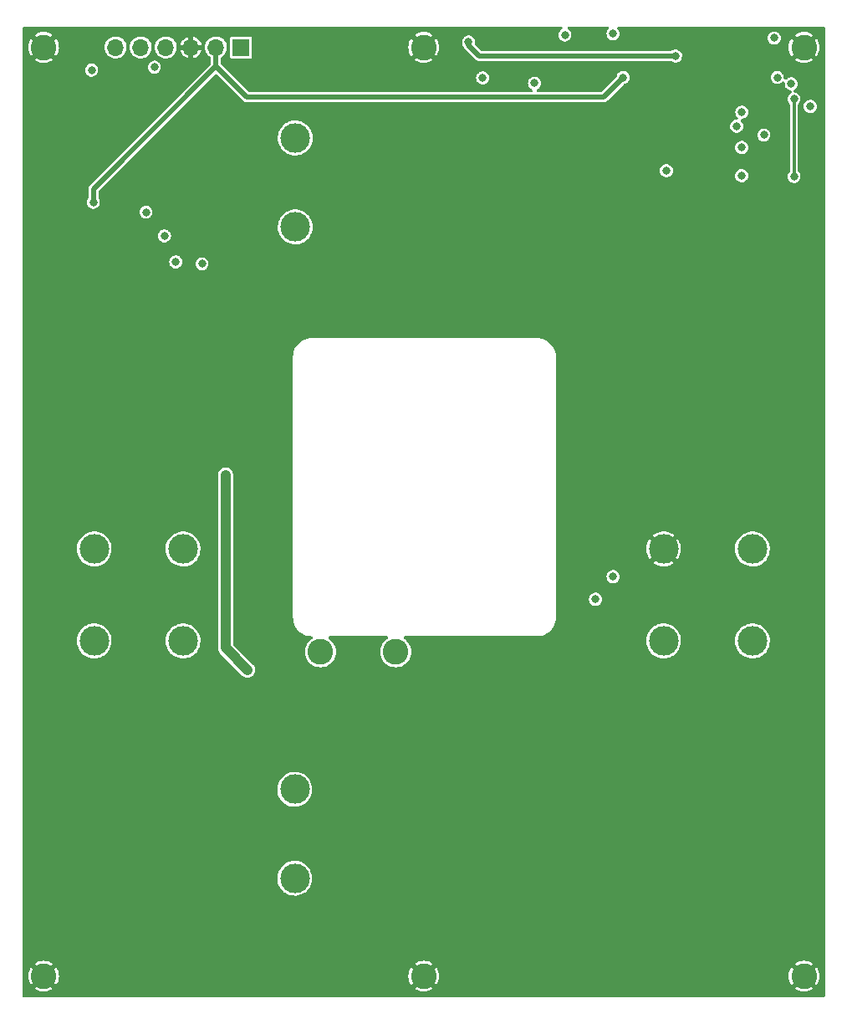
<source format=gbr>
%TF.GenerationSoftware,KiCad,Pcbnew,(6.0.5)*%
%TF.CreationDate,2022-08-19T15:51:03-07:00*%
%TF.ProjectId,X_Y_Panels,585f595f-5061-46e6-956c-732e6b696361,rev?*%
%TF.SameCoordinates,Original*%
%TF.FileFunction,Copper,L3,Inr*%
%TF.FilePolarity,Positive*%
%FSLAX46Y46*%
G04 Gerber Fmt 4.6, Leading zero omitted, Abs format (unit mm)*
G04 Created by KiCad (PCBNEW (6.0.5)) date 2022-08-19 15:51:03*
%MOMM*%
%LPD*%
G01*
G04 APERTURE LIST*
%TA.AperFunction,ComponentPad*%
%ADD10C,3.000000*%
%TD*%
%TA.AperFunction,ComponentPad*%
%ADD11C,2.600000*%
%TD*%
%TA.AperFunction,ComponentPad*%
%ADD12R,1.700000X1.700000*%
%TD*%
%TA.AperFunction,ComponentPad*%
%ADD13O,1.700000X1.700000*%
%TD*%
%TA.AperFunction,ViaPad*%
%ADD14C,0.800000*%
%TD*%
%TA.AperFunction,Conductor*%
%ADD15C,0.500000*%
%TD*%
%TA.AperFunction,Conductor*%
%ADD16C,0.306000*%
%TD*%
%TA.AperFunction,Conductor*%
%ADD17C,1.000000*%
%TD*%
G04 APERTURE END LIST*
D10*
%TO.N,Net-(D3-Pad2)*%
%TO.C,SC3*%
X129226000Y-129078000D03*
%TO.N,Net-(D4-Pad2)*%
X129226000Y-120078000D03*
%TD*%
D11*
%TO.N,GND*%
%TO.C,H30*%
X180792000Y-138997997D03*
%TD*%
D10*
%TO.N,Net-(D2-Pad2)*%
%TO.C,SC2*%
X108918000Y-105058000D03*
%TO.N,Net-(D3-Pad2)*%
X117918000Y-105058000D03*
%TD*%
D11*
%TO.N,GND*%
%TO.C,H29*%
X142292000Y-138997997D03*
%TD*%
D12*
%TO.N,VBATT*%
%TO.C,J6*%
X123792000Y-44997997D03*
D13*
%TO.N,+3V3*%
X121252000Y-44997997D03*
%TO.N,GND*%
X118712000Y-44997997D03*
%TO.N,SDA*%
X116172000Y-44997997D03*
%TO.N,SCL*%
X113632000Y-44997997D03*
%TO.N,VSOLAR*%
X111092000Y-44997997D03*
%TD*%
D10*
%TO.N,Net-(D1-Pad2)*%
%TO.C,SC1*%
X117918000Y-95752000D03*
%TO.N,Net-(D2-Pad2)*%
X108918000Y-95752000D03*
%TD*%
%TO.N,Net-(D5-Pad2)*%
%TO.C,SC5*%
X166576000Y-105058000D03*
%TO.N,Net-(D6-Pad2)*%
X175576000Y-105058000D03*
%TD*%
D11*
%TO.N,GND*%
%TO.C,H25*%
X103792000Y-44997997D03*
%TD*%
%TO.N,GND*%
%TO.C,H26*%
X142292000Y-44997997D03*
%TD*%
%TO.N,GND*%
%TO.C,H28*%
X103792000Y-138997997D03*
%TD*%
D10*
%TO.N,Net-(D4-Pad2)*%
%TO.C,SC4*%
X129276000Y-63158000D03*
%TO.N,Net-(D5-Pad2)*%
X129276000Y-54158000D03*
%TD*%
D11*
%TO.N,GND*%
%TO.C,H27*%
X180792000Y-44997997D03*
%TD*%
%TO.N,Coil_IN*%
%TO.C,TP5*%
X131838000Y-106167998D03*
%TO.N,Coil_OUT*%
X139458000Y-106167998D03*
%TD*%
D10*
%TO.N,Net-(D6-Pad2)*%
%TO.C,SC6*%
X175576000Y-95752000D03*
%TO.N,GND*%
X166576000Y-95752000D03*
%TD*%
D14*
%TO.N,GND*%
X114610000Y-51430000D03*
X109410000Y-51440000D03*
X112126000Y-58005000D03*
X112127500Y-51402500D03*
X156331000Y-47373000D03*
X169881000Y-47698000D03*
X177036000Y-50028000D03*
X113431000Y-60198000D03*
X177926000Y-53698000D03*
X171436000Y-52528000D03*
X109306000Y-55723000D03*
X105381000Y-56998000D03*
X168578000Y-55634000D03*
X171046000Y-57558000D03*
%TO.N,VBATT*%
X115006000Y-46998000D03*
X108656000Y-47298000D03*
%TO.N,+3V3*%
X108831000Y-60673000D03*
X162482000Y-48047000D03*
%TO.N,SDA*%
X179778000Y-50220000D03*
X179781000Y-58073000D03*
%TO.N,SCL*%
X156581000Y-43748000D03*
X148256000Y-48073000D03*
%TO.N,Net-(Q1-Pad2)*%
X153506000Y-48623000D03*
X161468500Y-43623000D03*
%TO.N,Net-(Q3-Pad3)*%
X177781000Y-44048000D03*
X179506000Y-48673000D03*
%TO.N,Net-(Q3-Pad6)*%
X174481000Y-57973000D03*
X174481000Y-55123000D03*
X178081000Y-48048000D03*
X174506000Y-51548000D03*
%TO.N,Coil_IN*%
X117181000Y-66698000D03*
%TO.N,Coil_OUT*%
X119831000Y-66898000D03*
%TO.N,Net-(D1-Pad2)*%
X161466000Y-98560000D03*
%TO.N,Net-(D4-Pad2)*%
X124476000Y-108018000D03*
X122216000Y-88266000D03*
%TO.N,VSOLAR*%
X159686000Y-100848000D03*
%TO.N,SCL_ISO*%
X146831000Y-44448000D03*
X167781000Y-45873000D03*
X166856000Y-57473000D03*
X114156000Y-61673000D03*
%TO.N,SDA_ISO*%
X176731000Y-53873000D03*
X181431000Y-50973000D03*
X116031000Y-64073000D03*
X173981000Y-52973000D03*
%TD*%
D15*
%TO.N,+3V3*%
X121252000Y-46919000D02*
X108831000Y-59340000D01*
X160506000Y-50023000D02*
X162482000Y-48047000D01*
X124356000Y-50023000D02*
X160506000Y-50023000D01*
X121252000Y-46919000D02*
X124356000Y-50023000D01*
X121252000Y-44997997D02*
X121252000Y-46919000D01*
X108831000Y-59340000D02*
X108831000Y-60673000D01*
D16*
%TO.N,SDA*%
X179778000Y-50220000D02*
X179781000Y-50223000D01*
X179781000Y-50223000D02*
X179781000Y-58073000D01*
D17*
%TO.N,Net-(D4-Pad2)*%
X122216000Y-105758000D02*
X124476000Y-108018000D01*
X122216000Y-88266000D02*
X122216000Y-105758000D01*
D15*
%TO.N,SCL_ISO*%
X146831000Y-44773000D02*
X147931000Y-45873000D01*
X146831000Y-44448000D02*
X146831000Y-44773000D01*
X147931000Y-45873000D02*
X167781000Y-45873000D01*
%TD*%
%TA.AperFunction,Conductor*%
%TO.N,GND*%
G36*
X156240752Y-42898709D02*
G01*
X156297715Y-42949175D01*
X156324702Y-43020332D01*
X156315529Y-43095879D01*
X156272298Y-43158510D01*
X156239787Y-43180787D01*
X156207017Y-43197701D01*
X156086548Y-43302793D01*
X155994624Y-43433588D01*
X155936552Y-43582534D01*
X155915685Y-43741033D01*
X155916736Y-43750553D01*
X155916736Y-43750556D01*
X155924901Y-43824507D01*
X155933228Y-43899933D01*
X155988168Y-44050063D01*
X155993511Y-44058015D01*
X155993512Y-44058016D01*
X156068707Y-44169917D01*
X156077333Y-44182754D01*
X156195575Y-44290346D01*
X156203991Y-44294915D01*
X156203993Y-44294917D01*
X156327645Y-44362055D01*
X156327647Y-44362056D01*
X156336068Y-44366628D01*
X156405573Y-44384862D01*
X156451982Y-44397037D01*
X156490702Y-44407195D01*
X156500281Y-44407345D01*
X156500285Y-44407346D01*
X156574405Y-44408510D01*
X156650548Y-44409706D01*
X156660853Y-44407346D01*
X156734035Y-44390585D01*
X156806380Y-44374016D01*
X156949200Y-44302185D01*
X157070763Y-44198360D01*
X157164052Y-44068535D01*
X157223680Y-43920206D01*
X157246205Y-43761934D01*
X157246351Y-43748000D01*
X157227145Y-43589292D01*
X157170636Y-43439746D01*
X157164849Y-43431325D01*
X157085514Y-43315891D01*
X157085513Y-43315890D01*
X157080087Y-43307995D01*
X157067175Y-43296491D01*
X156967880Y-43208022D01*
X156967876Y-43208019D01*
X156960725Y-43201648D01*
X156952259Y-43197165D01*
X156952254Y-43197162D01*
X156919869Y-43180015D01*
X156863089Y-43129343D01*
X156836362Y-43058089D01*
X156845809Y-42982575D01*
X156889267Y-42920102D01*
X156956781Y-42884980D01*
X156994271Y-42880497D01*
X160890709Y-42880497D01*
X160964600Y-42898709D01*
X161021563Y-42949175D01*
X161048550Y-43020332D01*
X161039377Y-43095879D01*
X160995234Y-43159311D01*
X160974048Y-43177793D01*
X160882124Y-43308588D01*
X160878642Y-43317520D01*
X160878641Y-43317521D01*
X160834065Y-43431852D01*
X160824052Y-43457534D01*
X160803185Y-43616033D01*
X160804236Y-43625553D01*
X160804236Y-43625556D01*
X160817832Y-43748706D01*
X160820728Y-43774933D01*
X160875668Y-43925063D01*
X160881011Y-43933015D01*
X160881012Y-43933016D01*
X160958279Y-44048000D01*
X160964833Y-44057754D01*
X161083075Y-44165346D01*
X161091491Y-44169915D01*
X161091493Y-44169917D01*
X161215145Y-44237055D01*
X161215147Y-44237056D01*
X161223568Y-44241628D01*
X161378202Y-44282195D01*
X161387781Y-44282345D01*
X161387785Y-44282346D01*
X161461905Y-44283510D01*
X161538048Y-44284706D01*
X161548353Y-44282346D01*
X161656487Y-44257580D01*
X161693880Y-44249016D01*
X161836700Y-44177185D01*
X161899755Y-44123331D01*
X161950970Y-44079589D01*
X161950971Y-44079588D01*
X161958263Y-44073360D01*
X161981492Y-44041033D01*
X177115685Y-44041033D01*
X177116736Y-44050553D01*
X177116736Y-44050556D01*
X177131192Y-44181493D01*
X177133228Y-44199933D01*
X177188168Y-44350063D01*
X177193511Y-44358015D01*
X177193512Y-44358016D01*
X177266804Y-44467085D01*
X177277333Y-44482754D01*
X177395575Y-44590346D01*
X177403991Y-44594915D01*
X177403993Y-44594917D01*
X177527645Y-44662055D01*
X177527647Y-44662056D01*
X177536068Y-44666628D01*
X177690702Y-44707195D01*
X177700281Y-44707345D01*
X177700285Y-44707346D01*
X177774405Y-44708510D01*
X177850548Y-44709706D01*
X177860853Y-44707346D01*
X177885828Y-44701626D01*
X178006380Y-44674016D01*
X178149200Y-44602185D01*
X178270763Y-44498360D01*
X178364052Y-44368535D01*
X178423680Y-44220206D01*
X178446205Y-44061934D01*
X178446351Y-44048000D01*
X178427145Y-43889292D01*
X178370636Y-43739746D01*
X178365976Y-43732966D01*
X179889647Y-43732966D01*
X179889972Y-43734682D01*
X179894700Y-43741487D01*
X180778349Y-44625136D01*
X180792315Y-44633579D01*
X180801212Y-44629575D01*
X181685693Y-43745094D01*
X181694136Y-43731128D01*
X181693420Y-43729537D01*
X181687230Y-43724020D01*
X181505006Y-43612354D01*
X181493917Y-43606704D01*
X181279467Y-43517875D01*
X181267624Y-43514027D01*
X181041930Y-43459842D01*
X181029619Y-43457893D01*
X180798226Y-43439682D01*
X180785774Y-43439682D01*
X180554381Y-43457893D01*
X180542070Y-43459842D01*
X180316376Y-43514027D01*
X180304533Y-43517875D01*
X180090083Y-43606704D01*
X180078994Y-43612354D01*
X179901117Y-43721356D01*
X179889647Y-43732966D01*
X178365976Y-43732966D01*
X178296400Y-43631730D01*
X178285514Y-43615891D01*
X178285513Y-43615890D01*
X178280087Y-43607995D01*
X178267175Y-43596491D01*
X178167880Y-43508022D01*
X178167876Y-43508019D01*
X178160725Y-43501648D01*
X178019440Y-43426841D01*
X177864391Y-43387895D01*
X177784458Y-43387476D01*
X177714107Y-43387108D01*
X177714106Y-43387108D01*
X177704526Y-43387058D01*
X177656131Y-43398677D01*
X177558397Y-43422140D01*
X177558393Y-43422141D01*
X177549077Y-43424378D01*
X177540562Y-43428773D01*
X177540559Y-43428774D01*
X177415530Y-43493307D01*
X177407017Y-43497701D01*
X177399798Y-43503999D01*
X177399796Y-43504000D01*
X177293772Y-43596491D01*
X177286548Y-43602793D01*
X177194624Y-43733588D01*
X177191142Y-43742520D01*
X177191141Y-43742521D01*
X177172540Y-43790229D01*
X177136552Y-43882534D01*
X177115685Y-44041033D01*
X161981492Y-44041033D01*
X162051552Y-43943535D01*
X162111180Y-43795206D01*
X162133705Y-43636934D01*
X162133851Y-43623000D01*
X162114645Y-43464292D01*
X162058136Y-43314746D01*
X161984788Y-43208022D01*
X161973014Y-43190891D01*
X161973013Y-43190890D01*
X161967587Y-43182995D01*
X161939772Y-43158213D01*
X161896717Y-43095461D01*
X161887757Y-43019888D01*
X161914943Y-42948807D01*
X161972049Y-42898502D01*
X162045543Y-42880497D01*
X182750500Y-42880497D01*
X182824391Y-42898709D01*
X182881354Y-42949175D01*
X182908341Y-43020332D01*
X182909500Y-43039497D01*
X182909500Y-140956497D01*
X182891288Y-141030388D01*
X182840822Y-141087351D01*
X182769665Y-141114338D01*
X182750500Y-141115497D01*
X101833606Y-141115497D01*
X101759715Y-141097285D01*
X101702752Y-141046819D01*
X101675765Y-140975662D01*
X101674606Y-140956466D01*
X101674685Y-140556312D01*
X101674742Y-140264866D01*
X102889864Y-140264866D01*
X102890580Y-140266457D01*
X102896770Y-140271974D01*
X103078994Y-140383640D01*
X103090083Y-140389290D01*
X103304533Y-140478119D01*
X103316376Y-140481967D01*
X103542070Y-140536152D01*
X103554381Y-140538101D01*
X103785774Y-140556312D01*
X103798226Y-140556312D01*
X104029619Y-140538101D01*
X104041930Y-140536152D01*
X104267624Y-140481967D01*
X104279467Y-140478119D01*
X104493917Y-140389290D01*
X104505006Y-140383640D01*
X104682883Y-140274638D01*
X104692537Y-140264866D01*
X141389864Y-140264866D01*
X141390580Y-140266457D01*
X141396770Y-140271974D01*
X141578994Y-140383640D01*
X141590083Y-140389290D01*
X141804533Y-140478119D01*
X141816376Y-140481967D01*
X142042070Y-140536152D01*
X142054381Y-140538101D01*
X142285774Y-140556312D01*
X142298226Y-140556312D01*
X142529619Y-140538101D01*
X142541930Y-140536152D01*
X142767624Y-140481967D01*
X142779467Y-140478119D01*
X142993917Y-140389290D01*
X143005006Y-140383640D01*
X143182883Y-140274638D01*
X143192537Y-140264866D01*
X179889864Y-140264866D01*
X179890580Y-140266457D01*
X179896770Y-140271974D01*
X180078994Y-140383640D01*
X180090083Y-140389290D01*
X180304533Y-140478119D01*
X180316376Y-140481967D01*
X180542070Y-140536152D01*
X180554381Y-140538101D01*
X180785774Y-140556312D01*
X180798226Y-140556312D01*
X181029619Y-140538101D01*
X181041930Y-140536152D01*
X181267624Y-140481967D01*
X181279467Y-140478119D01*
X181493917Y-140389290D01*
X181505006Y-140383640D01*
X181682883Y-140274638D01*
X181694353Y-140263028D01*
X181694028Y-140261312D01*
X181689300Y-140254507D01*
X180805651Y-139370858D01*
X180791685Y-139362415D01*
X180782788Y-139366419D01*
X179898307Y-140250900D01*
X179889864Y-140264866D01*
X143192537Y-140264866D01*
X143194353Y-140263028D01*
X143194028Y-140261312D01*
X143189300Y-140254507D01*
X142305651Y-139370858D01*
X142291685Y-139362415D01*
X142282788Y-139366419D01*
X141398307Y-140250900D01*
X141389864Y-140264866D01*
X104692537Y-140264866D01*
X104694353Y-140263028D01*
X104694028Y-140261312D01*
X104689300Y-140254507D01*
X103805651Y-139370858D01*
X103791685Y-139362415D01*
X103782788Y-139366419D01*
X102898307Y-140250900D01*
X102889864Y-140264866D01*
X101674742Y-140264866D01*
X101674989Y-139004223D01*
X102233685Y-139004223D01*
X102251896Y-139235616D01*
X102253845Y-139247927D01*
X102308030Y-139473621D01*
X102311878Y-139485464D01*
X102400707Y-139699914D01*
X102406357Y-139711003D01*
X102515359Y-139888880D01*
X102526969Y-139900350D01*
X102528685Y-139900025D01*
X102535490Y-139895297D01*
X103419139Y-139011648D01*
X103427201Y-138998312D01*
X104156418Y-138998312D01*
X104160422Y-139007209D01*
X105044903Y-139891690D01*
X105058869Y-139900133D01*
X105060460Y-139899417D01*
X105065977Y-139893227D01*
X105177643Y-139711003D01*
X105183293Y-139699914D01*
X105272122Y-139485464D01*
X105275970Y-139473621D01*
X105330155Y-139247927D01*
X105332104Y-139235616D01*
X105350315Y-139004223D01*
X140733685Y-139004223D01*
X140751896Y-139235616D01*
X140753845Y-139247927D01*
X140808030Y-139473621D01*
X140811878Y-139485464D01*
X140900707Y-139699914D01*
X140906357Y-139711003D01*
X141015359Y-139888880D01*
X141026969Y-139900350D01*
X141028685Y-139900025D01*
X141035490Y-139895297D01*
X141919139Y-139011648D01*
X141927201Y-138998312D01*
X142656418Y-138998312D01*
X142660422Y-139007209D01*
X143544903Y-139891690D01*
X143558869Y-139900133D01*
X143560460Y-139899417D01*
X143565977Y-139893227D01*
X143677643Y-139711003D01*
X143683293Y-139699914D01*
X143772122Y-139485464D01*
X143775970Y-139473621D01*
X143830155Y-139247927D01*
X143832104Y-139235616D01*
X143850315Y-139004223D01*
X179233685Y-139004223D01*
X179251896Y-139235616D01*
X179253845Y-139247927D01*
X179308030Y-139473621D01*
X179311878Y-139485464D01*
X179400707Y-139699914D01*
X179406357Y-139711003D01*
X179515359Y-139888880D01*
X179526969Y-139900350D01*
X179528685Y-139900025D01*
X179535490Y-139895297D01*
X180419139Y-139011648D01*
X180427201Y-138998312D01*
X181156418Y-138998312D01*
X181160422Y-139007209D01*
X182044903Y-139891690D01*
X182058869Y-139900133D01*
X182060460Y-139899417D01*
X182065977Y-139893227D01*
X182177643Y-139711003D01*
X182183293Y-139699914D01*
X182272122Y-139485464D01*
X182275970Y-139473621D01*
X182330155Y-139247927D01*
X182332104Y-139235616D01*
X182350315Y-139004223D01*
X182350315Y-138991771D01*
X182332104Y-138760378D01*
X182330155Y-138748067D01*
X182275970Y-138522373D01*
X182272122Y-138510530D01*
X182183293Y-138296080D01*
X182177643Y-138284991D01*
X182068641Y-138107114D01*
X182057031Y-138095644D01*
X182055315Y-138095969D01*
X182048510Y-138100697D01*
X181164861Y-138984346D01*
X181156418Y-138998312D01*
X180427201Y-138998312D01*
X180427582Y-138997682D01*
X180423578Y-138988785D01*
X179539097Y-138104304D01*
X179525131Y-138095861D01*
X179523540Y-138096577D01*
X179518023Y-138102767D01*
X179406357Y-138284991D01*
X179400707Y-138296080D01*
X179311878Y-138510530D01*
X179308030Y-138522373D01*
X179253845Y-138748067D01*
X179251896Y-138760378D01*
X179233685Y-138991771D01*
X179233685Y-139004223D01*
X143850315Y-139004223D01*
X143850315Y-138991771D01*
X143832104Y-138760378D01*
X143830155Y-138748067D01*
X143775970Y-138522373D01*
X143772122Y-138510530D01*
X143683293Y-138296080D01*
X143677643Y-138284991D01*
X143568641Y-138107114D01*
X143557031Y-138095644D01*
X143555315Y-138095969D01*
X143548510Y-138100697D01*
X142664861Y-138984346D01*
X142656418Y-138998312D01*
X141927201Y-138998312D01*
X141927582Y-138997682D01*
X141923578Y-138988785D01*
X141039097Y-138104304D01*
X141025131Y-138095861D01*
X141023540Y-138096577D01*
X141018023Y-138102767D01*
X140906357Y-138284991D01*
X140900707Y-138296080D01*
X140811878Y-138510530D01*
X140808030Y-138522373D01*
X140753845Y-138748067D01*
X140751896Y-138760378D01*
X140733685Y-138991771D01*
X140733685Y-139004223D01*
X105350315Y-139004223D01*
X105350315Y-138991771D01*
X105332104Y-138760378D01*
X105330155Y-138748067D01*
X105275970Y-138522373D01*
X105272122Y-138510530D01*
X105183293Y-138296080D01*
X105177643Y-138284991D01*
X105068641Y-138107114D01*
X105057031Y-138095644D01*
X105055315Y-138095969D01*
X105048510Y-138100697D01*
X104164861Y-138984346D01*
X104156418Y-138998312D01*
X103427201Y-138998312D01*
X103427582Y-138997682D01*
X103423578Y-138988785D01*
X102539097Y-138104304D01*
X102525131Y-138095861D01*
X102523540Y-138096577D01*
X102518023Y-138102767D01*
X102406357Y-138284991D01*
X102400707Y-138296080D01*
X102311878Y-138510530D01*
X102308030Y-138522373D01*
X102253845Y-138748067D01*
X102251896Y-138760378D01*
X102233685Y-138991771D01*
X102233685Y-139004223D01*
X101674989Y-139004223D01*
X101675238Y-137732966D01*
X102889647Y-137732966D01*
X102889972Y-137734682D01*
X102894700Y-137741487D01*
X103778349Y-138625136D01*
X103792315Y-138633579D01*
X103801212Y-138629575D01*
X104685693Y-137745094D01*
X104693025Y-137732966D01*
X141389647Y-137732966D01*
X141389972Y-137734682D01*
X141394700Y-137741487D01*
X142278349Y-138625136D01*
X142292315Y-138633579D01*
X142301212Y-138629575D01*
X143185693Y-137745094D01*
X143193025Y-137732966D01*
X179889647Y-137732966D01*
X179889972Y-137734682D01*
X179894700Y-137741487D01*
X180778349Y-138625136D01*
X180792315Y-138633579D01*
X180801212Y-138629575D01*
X181685693Y-137745094D01*
X181694136Y-137731128D01*
X181693420Y-137729537D01*
X181687230Y-137724020D01*
X181505006Y-137612354D01*
X181493917Y-137606704D01*
X181279467Y-137517875D01*
X181267624Y-137514027D01*
X181041930Y-137459842D01*
X181029619Y-137457893D01*
X180798226Y-137439682D01*
X180785774Y-137439682D01*
X180554381Y-137457893D01*
X180542070Y-137459842D01*
X180316376Y-137514027D01*
X180304533Y-137517875D01*
X180090083Y-137606704D01*
X180078994Y-137612354D01*
X179901117Y-137721356D01*
X179889647Y-137732966D01*
X143193025Y-137732966D01*
X143194136Y-137731128D01*
X143193420Y-137729537D01*
X143187230Y-137724020D01*
X143005006Y-137612354D01*
X142993917Y-137606704D01*
X142779467Y-137517875D01*
X142767624Y-137514027D01*
X142541930Y-137459842D01*
X142529619Y-137457893D01*
X142298226Y-137439682D01*
X142285774Y-137439682D01*
X142054381Y-137457893D01*
X142042070Y-137459842D01*
X141816376Y-137514027D01*
X141804533Y-137517875D01*
X141590083Y-137606704D01*
X141578994Y-137612354D01*
X141401117Y-137721356D01*
X141389647Y-137732966D01*
X104693025Y-137732966D01*
X104694136Y-137731128D01*
X104693420Y-137729537D01*
X104687230Y-137724020D01*
X104505006Y-137612354D01*
X104493917Y-137606704D01*
X104279467Y-137517875D01*
X104267624Y-137514027D01*
X104041930Y-137459842D01*
X104029619Y-137457893D01*
X103798226Y-137439682D01*
X103785774Y-137439682D01*
X103554381Y-137457893D01*
X103542070Y-137459842D01*
X103316376Y-137514027D01*
X103304533Y-137517875D01*
X103090083Y-137606704D01*
X103078994Y-137612354D01*
X102901117Y-137721356D01*
X102889647Y-137732966D01*
X101675238Y-137732966D01*
X101676942Y-129031786D01*
X127461168Y-129031786D01*
X127473722Y-129293153D01*
X127524771Y-129549793D01*
X127613193Y-129796068D01*
X127737046Y-130026569D01*
X127893608Y-130236231D01*
X127897794Y-130240380D01*
X127897796Y-130240383D01*
X128075256Y-130416302D01*
X128075261Y-130416306D01*
X128079440Y-130420449D01*
X128191281Y-130502454D01*
X128285702Y-130571686D01*
X128285706Y-130571688D01*
X128290461Y-130575175D01*
X128295677Y-130577919D01*
X128295683Y-130577923D01*
X128516814Y-130694266D01*
X128516818Y-130694268D01*
X128522034Y-130697012D01*
X128769071Y-130783281D01*
X129026147Y-130832089D01*
X129032049Y-130832321D01*
X129032050Y-130832321D01*
X129074600Y-130833993D01*
X129287613Y-130842362D01*
X129547725Y-130813875D01*
X129553425Y-130812374D01*
X129553432Y-130812373D01*
X129795066Y-130748755D01*
X129795069Y-130748754D01*
X129800770Y-130747253D01*
X130041188Y-130643962D01*
X130046203Y-130640858D01*
X130046208Y-130640856D01*
X130171981Y-130563025D01*
X130263698Y-130506269D01*
X130268201Y-130502457D01*
X130268205Y-130502454D01*
X130458912Y-130341008D01*
X130458914Y-130341006D01*
X130463411Y-130337199D01*
X130635941Y-130140467D01*
X130777496Y-129920394D01*
X130884968Y-129681815D01*
X130955995Y-129429972D01*
X130989018Y-129170396D01*
X130991437Y-129078000D01*
X130972045Y-128817052D01*
X130961723Y-128771435D01*
X130915600Y-128567597D01*
X130915598Y-128567592D01*
X130914296Y-128561836D01*
X130819457Y-128317960D01*
X130795766Y-128276508D01*
X130692545Y-128095908D01*
X130692544Y-128095907D01*
X130689614Y-128090780D01*
X130527617Y-127885288D01*
X130337026Y-127705998D01*
X130122027Y-127556848D01*
X130014174Y-127503661D01*
X129892631Y-127443722D01*
X129892628Y-127443721D01*
X129887344Y-127441115D01*
X129881732Y-127439318D01*
X129881728Y-127439317D01*
X129643747Y-127363139D01*
X129643746Y-127363139D01*
X129638133Y-127361342D01*
X129585628Y-127352791D01*
X129385697Y-127320230D01*
X129385693Y-127320230D01*
X129379868Y-127319281D01*
X129249046Y-127317569D01*
X129124129Y-127315933D01*
X129124125Y-127315933D01*
X129118223Y-127315856D01*
X129020756Y-127329121D01*
X128864785Y-127350347D01*
X128864782Y-127350348D01*
X128858945Y-127351142D01*
X128853292Y-127352790D01*
X128853286Y-127352791D01*
X128733338Y-127387753D01*
X128607731Y-127424364D01*
X128602383Y-127426830D01*
X128602379Y-127426831D01*
X128375458Y-127531443D01*
X128375453Y-127531446D01*
X128370099Y-127533914D01*
X128365166Y-127537148D01*
X128365161Y-127537151D01*
X128156204Y-127674150D01*
X128151270Y-127677385D01*
X127956051Y-127851624D01*
X127788730Y-128052806D01*
X127652984Y-128276508D01*
X127551794Y-128517819D01*
X127487384Y-128771435D01*
X127461168Y-129031786D01*
X101676942Y-129031786D01*
X101678352Y-121832089D01*
X101678488Y-121139322D01*
X101678491Y-121139174D01*
X101678500Y-121139070D01*
X101678500Y-121076929D01*
X101678506Y-121046298D01*
X101678500Y-121046262D01*
X101678500Y-120031786D01*
X127461168Y-120031786D01*
X127473722Y-120293153D01*
X127524771Y-120549793D01*
X127613193Y-120796068D01*
X127737046Y-121026569D01*
X127893608Y-121236231D01*
X127897794Y-121240380D01*
X127897796Y-121240383D01*
X128075256Y-121416302D01*
X128075261Y-121416306D01*
X128079440Y-121420449D01*
X128191281Y-121502454D01*
X128285702Y-121571686D01*
X128285706Y-121571688D01*
X128290461Y-121575175D01*
X128295677Y-121577919D01*
X128295683Y-121577923D01*
X128516814Y-121694266D01*
X128516818Y-121694268D01*
X128522034Y-121697012D01*
X128769071Y-121783281D01*
X129026147Y-121832089D01*
X129032049Y-121832321D01*
X129032050Y-121832321D01*
X129074600Y-121833993D01*
X129287613Y-121842362D01*
X129547725Y-121813875D01*
X129553425Y-121812374D01*
X129553432Y-121812373D01*
X129795066Y-121748755D01*
X129795069Y-121748754D01*
X129800770Y-121747253D01*
X130041188Y-121643962D01*
X130046203Y-121640858D01*
X130046208Y-121640856D01*
X130171981Y-121563025D01*
X130263698Y-121506269D01*
X130268201Y-121502457D01*
X130268205Y-121502454D01*
X130458912Y-121341008D01*
X130458914Y-121341006D01*
X130463411Y-121337199D01*
X130635941Y-121140467D01*
X130777496Y-120920394D01*
X130884968Y-120681815D01*
X130955995Y-120429972D01*
X130989018Y-120170396D01*
X130991437Y-120078000D01*
X130972045Y-119817052D01*
X130961723Y-119771435D01*
X130915600Y-119567597D01*
X130915598Y-119567592D01*
X130914296Y-119561836D01*
X130819457Y-119317960D01*
X130795766Y-119276508D01*
X130692545Y-119095908D01*
X130692544Y-119095907D01*
X130689614Y-119090780D01*
X130527617Y-118885288D01*
X130337026Y-118705998D01*
X130122027Y-118556848D01*
X130014174Y-118503661D01*
X129892631Y-118443722D01*
X129892628Y-118443721D01*
X129887344Y-118441115D01*
X129881732Y-118439318D01*
X129881728Y-118439317D01*
X129643747Y-118363139D01*
X129643746Y-118363139D01*
X129638133Y-118361342D01*
X129585628Y-118352791D01*
X129385697Y-118320230D01*
X129385693Y-118320230D01*
X129379868Y-118319281D01*
X129249045Y-118317568D01*
X129124129Y-118315933D01*
X129124125Y-118315933D01*
X129118223Y-118315856D01*
X129020756Y-118329121D01*
X128864785Y-118350347D01*
X128864782Y-118350348D01*
X128858945Y-118351142D01*
X128853292Y-118352790D01*
X128853286Y-118352791D01*
X128733338Y-118387753D01*
X128607731Y-118424364D01*
X128602383Y-118426830D01*
X128602379Y-118426831D01*
X128375458Y-118531443D01*
X128375453Y-118531446D01*
X128370099Y-118533914D01*
X128365166Y-118537148D01*
X128365161Y-118537151D01*
X128156204Y-118674150D01*
X128151270Y-118677385D01*
X127956051Y-118851624D01*
X127788730Y-119052806D01*
X127652984Y-119276508D01*
X127551794Y-119517819D01*
X127487384Y-119771435D01*
X127461168Y-120031786D01*
X101678500Y-120031786D01*
X101678500Y-105011786D01*
X107153168Y-105011786D01*
X107165722Y-105273153D01*
X107216771Y-105529793D01*
X107305193Y-105776068D01*
X107307985Y-105781264D01*
X107390131Y-105934144D01*
X107429046Y-106006569D01*
X107585608Y-106216231D01*
X107589794Y-106220380D01*
X107589796Y-106220383D01*
X107767256Y-106396302D01*
X107767261Y-106396306D01*
X107771440Y-106400449D01*
X107883281Y-106482454D01*
X107977702Y-106551686D01*
X107977706Y-106551688D01*
X107982461Y-106555175D01*
X107987677Y-106557919D01*
X107987683Y-106557923D01*
X108208814Y-106674266D01*
X108208818Y-106674268D01*
X108214034Y-106677012D01*
X108461071Y-106763281D01*
X108718147Y-106812089D01*
X108724049Y-106812321D01*
X108724050Y-106812321D01*
X108766600Y-106813993D01*
X108979613Y-106822362D01*
X109239725Y-106793875D01*
X109245425Y-106792374D01*
X109245432Y-106792373D01*
X109487066Y-106728755D01*
X109487069Y-106728754D01*
X109492770Y-106727253D01*
X109733188Y-106623962D01*
X109738203Y-106620858D01*
X109738208Y-106620856D01*
X109863981Y-106543025D01*
X109955698Y-106486269D01*
X109960201Y-106482457D01*
X109960205Y-106482454D01*
X110150912Y-106321008D01*
X110150914Y-106321006D01*
X110155411Y-106317199D01*
X110327941Y-106120467D01*
X110469496Y-105900394D01*
X110576968Y-105661815D01*
X110647995Y-105409972D01*
X110681018Y-105150396D01*
X110683437Y-105058000D01*
X110680003Y-105011786D01*
X116153168Y-105011786D01*
X116165722Y-105273153D01*
X116216771Y-105529793D01*
X116305193Y-105776068D01*
X116307985Y-105781264D01*
X116390131Y-105934144D01*
X116429046Y-106006569D01*
X116585608Y-106216231D01*
X116589794Y-106220380D01*
X116589796Y-106220383D01*
X116767256Y-106396302D01*
X116767261Y-106396306D01*
X116771440Y-106400449D01*
X116883281Y-106482454D01*
X116977702Y-106551686D01*
X116977706Y-106551688D01*
X116982461Y-106555175D01*
X116987677Y-106557919D01*
X116987683Y-106557923D01*
X117208814Y-106674266D01*
X117208818Y-106674268D01*
X117214034Y-106677012D01*
X117461071Y-106763281D01*
X117718147Y-106812089D01*
X117724049Y-106812321D01*
X117724050Y-106812321D01*
X117766600Y-106813993D01*
X117979613Y-106822362D01*
X118239725Y-106793875D01*
X118245425Y-106792374D01*
X118245432Y-106792373D01*
X118487066Y-106728755D01*
X118487069Y-106728754D01*
X118492770Y-106727253D01*
X118733188Y-106623962D01*
X118738203Y-106620858D01*
X118738208Y-106620856D01*
X118863981Y-106543025D01*
X118955698Y-106486269D01*
X118960201Y-106482457D01*
X118960205Y-106482454D01*
X119150912Y-106321008D01*
X119150914Y-106321006D01*
X119155411Y-106317199D01*
X119327941Y-106120467D01*
X119469496Y-105900394D01*
X119545677Y-105731278D01*
X121450790Y-105731278D01*
X121451539Y-105740484D01*
X121454977Y-105782757D01*
X121455500Y-105795647D01*
X121455500Y-105802405D01*
X121456035Y-105806992D01*
X121458731Y-105830121D01*
X121459278Y-105835642D01*
X121464108Y-105895018D01*
X121465166Y-105908031D01*
X121468013Y-105916818D01*
X121468729Y-105920401D01*
X121468810Y-105920911D01*
X121468943Y-105921388D01*
X121469790Y-105924971D01*
X121470859Y-105934144D01*
X121495656Y-106002459D01*
X121497432Y-106007634D01*
X121519819Y-106076736D01*
X121524613Y-106084636D01*
X121526135Y-106087960D01*
X121526331Y-106088439D01*
X121526567Y-106088866D01*
X121528218Y-106092162D01*
X121531367Y-106100839D01*
X121547146Y-106124906D01*
X121571182Y-106161568D01*
X121574143Y-106166261D01*
X121604466Y-106216231D01*
X121611816Y-106228344D01*
X121619236Y-106236745D01*
X121619885Y-106237394D01*
X121623767Y-106241773D01*
X121628599Y-106249143D01*
X121635302Y-106255493D01*
X121635303Y-106255494D01*
X121684648Y-106302239D01*
X121687730Y-106305239D01*
X123969645Y-108587154D01*
X124073659Y-108669447D01*
X124234315Y-108744533D01*
X124407936Y-108780646D01*
X124509634Y-108777895D01*
X124575975Y-108776100D01*
X124575977Y-108776100D01*
X124585208Y-108775850D01*
X124756622Y-108730400D01*
X124912982Y-108646736D01*
X125045903Y-108529345D01*
X125148252Y-108384524D01*
X125214539Y-108220042D01*
X125241211Y-108044723D01*
X125226835Y-107867969D01*
X125172182Y-107699264D01*
X125089321Y-107562713D01*
X125083861Y-107553715D01*
X125083859Y-107553713D01*
X125080184Y-107547656D01*
X125072764Y-107539255D01*
X123023070Y-105489560D01*
X122983699Y-105424433D01*
X122976500Y-105377130D01*
X122976500Y-102689996D01*
X129046732Y-102689996D01*
X129047981Y-102697880D01*
X129048667Y-102708348D01*
X129060183Y-102884050D01*
X129063603Y-102936239D01*
X129111745Y-103178268D01*
X129113415Y-103183189D01*
X129113416Y-103183191D01*
X129187935Y-103402715D01*
X129191067Y-103411943D01*
X129193367Y-103416607D01*
X129242950Y-103517151D01*
X129300211Y-103633266D01*
X129437309Y-103838449D01*
X129440739Y-103842361D01*
X129440742Y-103842364D01*
X129596585Y-104020069D01*
X129600016Y-104023981D01*
X129785548Y-104186689D01*
X129990731Y-104323787D01*
X130212053Y-104432932D01*
X130216967Y-104434600D01*
X130216974Y-104434603D01*
X130440805Y-104510583D01*
X130445728Y-104512254D01*
X130687757Y-104560396D01*
X130692934Y-104560735D01*
X130692939Y-104560736D01*
X130864186Y-104571960D01*
X130899312Y-104574262D01*
X130971854Y-104597269D01*
X131025395Y-104651351D01*
X131047669Y-104724121D01*
X131033575Y-104798907D01*
X130986340Y-104858576D01*
X130971990Y-104868492D01*
X130923249Y-104898360D01*
X130923245Y-104898363D01*
X130917925Y-104901623D01*
X130731148Y-105061146D01*
X130571625Y-105247923D01*
X130568365Y-105253243D01*
X130568362Y-105253247D01*
X130492447Y-105377130D01*
X130443285Y-105457355D01*
X130349287Y-105684286D01*
X130347828Y-105690362D01*
X130347827Y-105690366D01*
X130296214Y-105905352D01*
X130291947Y-105923127D01*
X130291457Y-105929347D01*
X130291457Y-105929350D01*
X130278903Y-106088866D01*
X130272675Y-106167998D01*
X130273165Y-106174224D01*
X130291244Y-106403932D01*
X130291947Y-106412869D01*
X130293403Y-106418936D01*
X130293404Y-106418939D01*
X130343185Y-106626292D01*
X130349287Y-106651710D01*
X130443285Y-106878641D01*
X130571625Y-107088073D01*
X130731148Y-107274850D01*
X130917925Y-107434373D01*
X130923245Y-107437633D01*
X130923249Y-107437636D01*
X131086249Y-107537522D01*
X131127357Y-107562713D01*
X131354288Y-107656711D01*
X131360364Y-107658170D01*
X131360368Y-107658171D01*
X131587059Y-107712594D01*
X131587062Y-107712595D01*
X131593129Y-107714051D01*
X131599349Y-107714541D01*
X131599352Y-107714541D01*
X131831774Y-107732833D01*
X131838000Y-107733323D01*
X131844226Y-107732833D01*
X132076648Y-107714541D01*
X132076651Y-107714541D01*
X132082871Y-107714051D01*
X132088938Y-107712595D01*
X132088941Y-107712594D01*
X132315632Y-107658171D01*
X132315636Y-107658170D01*
X132321712Y-107656711D01*
X132548643Y-107562713D01*
X132589751Y-107537522D01*
X132752751Y-107437636D01*
X132752755Y-107437633D01*
X132758075Y-107434373D01*
X132944852Y-107274850D01*
X133104375Y-107088073D01*
X133232715Y-106878641D01*
X133326713Y-106651710D01*
X133332816Y-106626292D01*
X133382596Y-106418939D01*
X133382597Y-106418936D01*
X133384053Y-106412869D01*
X133384757Y-106403932D01*
X133402835Y-106174224D01*
X133403325Y-106167998D01*
X133397097Y-106088866D01*
X133384543Y-105929350D01*
X133384543Y-105929347D01*
X133384053Y-105923127D01*
X133379786Y-105905352D01*
X133328173Y-105690366D01*
X133328172Y-105690362D01*
X133326713Y-105684286D01*
X133232715Y-105457355D01*
X133183553Y-105377130D01*
X133107638Y-105253247D01*
X133107635Y-105253243D01*
X133104375Y-105247923D01*
X132944852Y-105061146D01*
X132758075Y-104901623D01*
X132701683Y-104867066D01*
X132648198Y-104812930D01*
X132625997Y-104740138D01*
X132640167Y-104665366D01*
X132687462Y-104605744D01*
X132757047Y-104574931D01*
X132784762Y-104572497D01*
X138511238Y-104572497D01*
X138585129Y-104590709D01*
X138642092Y-104641175D01*
X138669079Y-104712332D01*
X138659906Y-104787879D01*
X138616675Y-104850510D01*
X138594319Y-104867065D01*
X138537925Y-104901623D01*
X138351148Y-105061146D01*
X138191625Y-105247923D01*
X138188365Y-105253243D01*
X138188362Y-105253247D01*
X138112447Y-105377130D01*
X138063285Y-105457355D01*
X137969287Y-105684286D01*
X137967828Y-105690362D01*
X137967827Y-105690366D01*
X137916214Y-105905352D01*
X137911947Y-105923127D01*
X137911457Y-105929347D01*
X137911457Y-105929350D01*
X137898903Y-106088866D01*
X137892675Y-106167998D01*
X137893165Y-106174224D01*
X137911244Y-106403932D01*
X137911947Y-106412869D01*
X137913403Y-106418936D01*
X137913404Y-106418939D01*
X137963185Y-106626292D01*
X137969287Y-106651710D01*
X138063285Y-106878641D01*
X138191625Y-107088073D01*
X138351148Y-107274850D01*
X138537925Y-107434373D01*
X138543245Y-107437633D01*
X138543249Y-107437636D01*
X138706249Y-107537522D01*
X138747357Y-107562713D01*
X138974288Y-107656711D01*
X138980364Y-107658170D01*
X138980368Y-107658171D01*
X139207059Y-107712594D01*
X139207062Y-107712595D01*
X139213129Y-107714051D01*
X139219349Y-107714541D01*
X139219352Y-107714541D01*
X139451774Y-107732833D01*
X139458000Y-107733323D01*
X139464226Y-107732833D01*
X139696648Y-107714541D01*
X139696651Y-107714541D01*
X139702871Y-107714051D01*
X139708938Y-107712595D01*
X139708941Y-107712594D01*
X139935632Y-107658171D01*
X139935636Y-107658170D01*
X139941712Y-107656711D01*
X140168643Y-107562713D01*
X140209751Y-107537522D01*
X140372751Y-107437636D01*
X140372755Y-107437633D01*
X140378075Y-107434373D01*
X140564852Y-107274850D01*
X140724375Y-107088073D01*
X140852715Y-106878641D01*
X140946713Y-106651710D01*
X140952816Y-106626292D01*
X141002596Y-106418939D01*
X141002597Y-106418936D01*
X141004053Y-106412869D01*
X141004757Y-106403932D01*
X141022835Y-106174224D01*
X141023325Y-106167998D01*
X141017097Y-106088866D01*
X141004543Y-105929350D01*
X141004543Y-105929347D01*
X141004053Y-105923127D01*
X140999786Y-105905352D01*
X140948173Y-105690366D01*
X140948172Y-105690362D01*
X140946713Y-105684286D01*
X140852715Y-105457355D01*
X140803553Y-105377130D01*
X140727638Y-105253247D01*
X140727635Y-105253243D01*
X140724375Y-105247923D01*
X140564852Y-105061146D01*
X140507059Y-105011786D01*
X164811168Y-105011786D01*
X164823722Y-105273153D01*
X164874771Y-105529793D01*
X164963193Y-105776068D01*
X164965985Y-105781264D01*
X165048131Y-105934144D01*
X165087046Y-106006569D01*
X165243608Y-106216231D01*
X165247794Y-106220380D01*
X165247796Y-106220383D01*
X165425256Y-106396302D01*
X165425261Y-106396306D01*
X165429440Y-106400449D01*
X165541281Y-106482454D01*
X165635702Y-106551686D01*
X165635706Y-106551688D01*
X165640461Y-106555175D01*
X165645677Y-106557919D01*
X165645683Y-106557923D01*
X165866814Y-106674266D01*
X165866818Y-106674268D01*
X165872034Y-106677012D01*
X166119071Y-106763281D01*
X166376147Y-106812089D01*
X166382049Y-106812321D01*
X166382050Y-106812321D01*
X166424600Y-106813993D01*
X166637613Y-106822362D01*
X166897725Y-106793875D01*
X166903425Y-106792374D01*
X166903432Y-106792373D01*
X167145066Y-106728755D01*
X167145069Y-106728754D01*
X167150770Y-106727253D01*
X167391188Y-106623962D01*
X167396203Y-106620858D01*
X167396208Y-106620856D01*
X167521981Y-106543025D01*
X167613698Y-106486269D01*
X167618201Y-106482457D01*
X167618205Y-106482454D01*
X167808912Y-106321008D01*
X167808914Y-106321006D01*
X167813411Y-106317199D01*
X167985941Y-106120467D01*
X168127496Y-105900394D01*
X168234968Y-105661815D01*
X168305995Y-105409972D01*
X168339018Y-105150396D01*
X168341437Y-105058000D01*
X168338003Y-105011786D01*
X173811168Y-105011786D01*
X173823722Y-105273153D01*
X173874771Y-105529793D01*
X173963193Y-105776068D01*
X173965985Y-105781264D01*
X174048131Y-105934144D01*
X174087046Y-106006569D01*
X174243608Y-106216231D01*
X174247794Y-106220380D01*
X174247796Y-106220383D01*
X174425256Y-106396302D01*
X174425261Y-106396306D01*
X174429440Y-106400449D01*
X174541281Y-106482454D01*
X174635702Y-106551686D01*
X174635706Y-106551688D01*
X174640461Y-106555175D01*
X174645677Y-106557919D01*
X174645683Y-106557923D01*
X174866814Y-106674266D01*
X174866818Y-106674268D01*
X174872034Y-106677012D01*
X175119071Y-106763281D01*
X175376147Y-106812089D01*
X175382049Y-106812321D01*
X175382050Y-106812321D01*
X175424600Y-106813993D01*
X175637613Y-106822362D01*
X175897725Y-106793875D01*
X175903425Y-106792374D01*
X175903432Y-106792373D01*
X176145066Y-106728755D01*
X176145069Y-106728754D01*
X176150770Y-106727253D01*
X176391188Y-106623962D01*
X176396203Y-106620858D01*
X176396208Y-106620856D01*
X176521981Y-106543025D01*
X176613698Y-106486269D01*
X176618201Y-106482457D01*
X176618205Y-106482454D01*
X176808912Y-106321008D01*
X176808914Y-106321006D01*
X176813411Y-106317199D01*
X176985941Y-106120467D01*
X177127496Y-105900394D01*
X177234968Y-105661815D01*
X177305995Y-105409972D01*
X177339018Y-105150396D01*
X177341437Y-105058000D01*
X177322045Y-104797052D01*
X177320742Y-104791293D01*
X177265600Y-104547597D01*
X177265598Y-104547592D01*
X177264296Y-104541836D01*
X177169457Y-104297960D01*
X177145766Y-104256508D01*
X177042545Y-104075908D01*
X177042544Y-104075907D01*
X177039614Y-104070780D01*
X176877617Y-103865288D01*
X176687026Y-103685998D01*
X176472027Y-103536848D01*
X176364174Y-103483661D01*
X176242631Y-103423722D01*
X176242628Y-103423721D01*
X176237344Y-103421115D01*
X176231732Y-103419318D01*
X176231728Y-103419317D01*
X175993747Y-103343139D01*
X175993746Y-103343139D01*
X175988133Y-103341342D01*
X175935628Y-103332791D01*
X175735697Y-103300230D01*
X175735693Y-103300230D01*
X175729868Y-103299281D01*
X175599045Y-103297568D01*
X175474129Y-103295933D01*
X175474125Y-103295933D01*
X175468223Y-103295856D01*
X175370756Y-103309121D01*
X175214785Y-103330347D01*
X175214782Y-103330348D01*
X175208945Y-103331142D01*
X175203292Y-103332790D01*
X175203286Y-103332791D01*
X175083338Y-103367753D01*
X174957731Y-103404364D01*
X174952383Y-103406830D01*
X174952379Y-103406831D01*
X174725458Y-103511443D01*
X174725453Y-103511446D01*
X174720099Y-103513914D01*
X174715166Y-103517148D01*
X174715161Y-103517151D01*
X174506204Y-103654150D01*
X174501270Y-103657385D01*
X174306051Y-103831624D01*
X174302281Y-103836157D01*
X174302278Y-103836160D01*
X174281416Y-103861244D01*
X174138730Y-104032806D01*
X174002984Y-104256508D01*
X173901794Y-104497819D01*
X173900343Y-104503531D01*
X173900343Y-104503532D01*
X173885901Y-104560399D01*
X173837384Y-104751435D01*
X173811168Y-105011786D01*
X168338003Y-105011786D01*
X168322045Y-104797052D01*
X168320742Y-104791293D01*
X168265600Y-104547597D01*
X168265598Y-104547592D01*
X168264296Y-104541836D01*
X168169457Y-104297960D01*
X168145766Y-104256508D01*
X168042545Y-104075908D01*
X168042544Y-104075907D01*
X168039614Y-104070780D01*
X167877617Y-103865288D01*
X167687026Y-103685998D01*
X167472027Y-103536848D01*
X167364174Y-103483661D01*
X167242631Y-103423722D01*
X167242628Y-103423721D01*
X167237344Y-103421115D01*
X167231732Y-103419318D01*
X167231728Y-103419317D01*
X166993747Y-103343139D01*
X166993746Y-103343139D01*
X166988133Y-103341342D01*
X166935628Y-103332791D01*
X166735697Y-103300230D01*
X166735693Y-103300230D01*
X166729868Y-103299281D01*
X166599045Y-103297568D01*
X166474129Y-103295933D01*
X166474125Y-103295933D01*
X166468223Y-103295856D01*
X166370756Y-103309121D01*
X166214785Y-103330347D01*
X166214782Y-103330348D01*
X166208945Y-103331142D01*
X166203292Y-103332790D01*
X166203286Y-103332791D01*
X166083338Y-103367753D01*
X165957731Y-103404364D01*
X165952383Y-103406830D01*
X165952379Y-103406831D01*
X165725458Y-103511443D01*
X165725453Y-103511446D01*
X165720099Y-103513914D01*
X165715166Y-103517148D01*
X165715161Y-103517151D01*
X165506204Y-103654150D01*
X165501270Y-103657385D01*
X165306051Y-103831624D01*
X165302281Y-103836157D01*
X165302278Y-103836160D01*
X165281416Y-103861244D01*
X165138730Y-104032806D01*
X165002984Y-104256508D01*
X164901794Y-104497819D01*
X164900343Y-104503531D01*
X164900343Y-104503532D01*
X164885901Y-104560399D01*
X164837384Y-104751435D01*
X164811168Y-105011786D01*
X140507059Y-105011786D01*
X140378075Y-104901623D01*
X140321683Y-104867066D01*
X140268198Y-104812930D01*
X140245997Y-104740138D01*
X140260167Y-104665366D01*
X140307462Y-104605744D01*
X140377047Y-104574931D01*
X140404762Y-104572497D01*
X153731385Y-104572497D01*
X153756246Y-104574453D01*
X153774000Y-104577265D01*
X153781820Y-104576026D01*
X153792318Y-104575338D01*
X154015061Y-104560739D01*
X154015066Y-104560738D01*
X154020243Y-104560399D01*
X154262273Y-104512257D01*
X154267196Y-104510586D01*
X154491023Y-104434606D01*
X154491025Y-104434605D01*
X154495948Y-104432934D01*
X154717271Y-104323790D01*
X154922453Y-104186691D01*
X155107986Y-104023983D01*
X155111415Y-104020073D01*
X155267261Y-103842364D01*
X155267264Y-103842360D01*
X155270693Y-103838450D01*
X155302719Y-103790520D01*
X155404901Y-103637594D01*
X155404902Y-103637592D01*
X155407792Y-103633267D01*
X155516936Y-103411945D01*
X155518608Y-103407020D01*
X155594587Y-103183193D01*
X155594589Y-103183186D01*
X155596258Y-103178269D01*
X155644400Y-102936239D01*
X155647821Y-102884050D01*
X155649907Y-102852207D01*
X155660024Y-102697848D01*
X155661268Y-102689996D01*
X155658456Y-102672242D01*
X155656500Y-102647381D01*
X155656500Y-100841033D01*
X159020685Y-100841033D01*
X159021736Y-100850553D01*
X159021736Y-100850556D01*
X159023561Y-100867083D01*
X159038228Y-100999933D01*
X159093168Y-101150063D01*
X159098511Y-101158015D01*
X159098512Y-101158016D01*
X159105581Y-101168535D01*
X159182333Y-101282754D01*
X159300575Y-101390346D01*
X159308991Y-101394915D01*
X159308993Y-101394917D01*
X159432645Y-101462055D01*
X159432647Y-101462056D01*
X159441068Y-101466628D01*
X159595702Y-101507195D01*
X159605281Y-101507345D01*
X159605285Y-101507346D01*
X159679405Y-101508510D01*
X159755548Y-101509706D01*
X159765853Y-101507346D01*
X159790828Y-101501626D01*
X159911380Y-101474016D01*
X160054200Y-101402185D01*
X160175763Y-101298360D01*
X160269052Y-101168535D01*
X160328680Y-101020206D01*
X160351205Y-100861934D01*
X160351351Y-100848000D01*
X160332145Y-100689292D01*
X160275636Y-100539746D01*
X160185087Y-100407995D01*
X160172175Y-100396491D01*
X160072880Y-100308022D01*
X160072876Y-100308019D01*
X160065725Y-100301648D01*
X159924440Y-100226841D01*
X159769391Y-100187895D01*
X159689458Y-100187476D01*
X159619107Y-100187108D01*
X159619106Y-100187108D01*
X159609526Y-100187058D01*
X159561131Y-100198677D01*
X159463397Y-100222140D01*
X159463393Y-100222141D01*
X159454077Y-100224378D01*
X159445562Y-100228773D01*
X159445559Y-100228774D01*
X159320530Y-100293307D01*
X159312017Y-100297701D01*
X159191548Y-100402793D01*
X159099624Y-100533588D01*
X159041552Y-100682534D01*
X159020685Y-100841033D01*
X155656500Y-100841033D01*
X155656500Y-98553033D01*
X160800685Y-98553033D01*
X160801736Y-98562553D01*
X160801736Y-98562556D01*
X160803561Y-98579083D01*
X160818228Y-98711933D01*
X160873168Y-98862063D01*
X160878511Y-98870015D01*
X160878512Y-98870016D01*
X160885581Y-98880535D01*
X160962333Y-98994754D01*
X161080575Y-99102346D01*
X161088991Y-99106915D01*
X161088993Y-99106917D01*
X161212645Y-99174055D01*
X161212647Y-99174056D01*
X161221068Y-99178628D01*
X161375702Y-99219195D01*
X161385281Y-99219345D01*
X161385285Y-99219346D01*
X161459405Y-99220510D01*
X161535548Y-99221706D01*
X161545853Y-99219346D01*
X161570828Y-99213626D01*
X161691380Y-99186016D01*
X161834200Y-99114185D01*
X161955763Y-99010360D01*
X162049052Y-98880535D01*
X162108680Y-98732206D01*
X162131205Y-98573934D01*
X162131351Y-98560000D01*
X162112145Y-98401292D01*
X162055636Y-98251746D01*
X161965087Y-98119995D01*
X161952175Y-98108491D01*
X161852880Y-98020022D01*
X161852876Y-98020019D01*
X161845725Y-98013648D01*
X161704440Y-97938841D01*
X161549391Y-97899895D01*
X161469459Y-97899477D01*
X161399107Y-97899108D01*
X161399106Y-97899108D01*
X161389526Y-97899058D01*
X161341131Y-97910677D01*
X161243397Y-97934140D01*
X161243393Y-97934141D01*
X161234077Y-97936378D01*
X161225562Y-97940773D01*
X161225559Y-97940774D01*
X161100530Y-98005307D01*
X161092017Y-98009701D01*
X160971548Y-98114793D01*
X160879624Y-98245588D01*
X160821552Y-98394534D01*
X160800685Y-98553033D01*
X155656500Y-98553033D01*
X155656500Y-97159205D01*
X165533529Y-97159205D01*
X165535653Y-97163925D01*
X165537102Y-97165329D01*
X165639154Y-97240156D01*
X165649143Y-97246398D01*
X165869406Y-97362283D01*
X165880208Y-97366980D01*
X166115182Y-97449037D01*
X166126560Y-97452085D01*
X166371097Y-97498512D01*
X166382777Y-97499843D01*
X166631489Y-97509615D01*
X166643247Y-97509205D01*
X166890673Y-97482107D01*
X166902244Y-97479963D01*
X167142942Y-97416592D01*
X167154066Y-97412762D01*
X167382764Y-97314505D01*
X167393192Y-97309076D01*
X167604843Y-97178103D01*
X167611891Y-97172983D01*
X167620904Y-97160534D01*
X167618485Y-97153696D01*
X166589651Y-96124861D01*
X166575685Y-96116418D01*
X166566786Y-96120424D01*
X165541972Y-97145239D01*
X165533529Y-97159205D01*
X155656500Y-97159205D01*
X155656500Y-95711842D01*
X164817968Y-95711842D01*
X164829910Y-95960464D01*
X164831344Y-95972146D01*
X164879903Y-96216267D01*
X164883045Y-96227599D01*
X164967154Y-96461863D01*
X164971943Y-96472617D01*
X165089751Y-96691868D01*
X165096073Y-96701792D01*
X165157592Y-96784175D01*
X165170203Y-96794535D01*
X165175525Y-96793011D01*
X165176600Y-96792189D01*
X166203139Y-95765651D01*
X166211201Y-95752315D01*
X166940418Y-95752315D01*
X166944424Y-95761214D01*
X167972180Y-96788969D01*
X167986146Y-96797412D01*
X167988563Y-96796324D01*
X167993044Y-96791406D01*
X168118578Y-96596241D01*
X168124189Y-96585907D01*
X168226420Y-96358961D01*
X168230443Y-96347909D01*
X168298006Y-96108350D01*
X168300351Y-96096823D01*
X168332004Y-95848010D01*
X168332612Y-95840063D01*
X168334814Y-95755987D01*
X168334623Y-95748029D01*
X168331484Y-95705786D01*
X173811168Y-95705786D01*
X173823722Y-95967153D01*
X173874771Y-96223793D01*
X173963193Y-96470068D01*
X173965985Y-96475264D01*
X174082371Y-96691868D01*
X174087046Y-96700569D01*
X174243608Y-96910231D01*
X174247794Y-96914380D01*
X174247796Y-96914383D01*
X174425256Y-97090302D01*
X174425261Y-97090306D01*
X174429440Y-97094449D01*
X174510243Y-97153696D01*
X174635702Y-97245686D01*
X174635706Y-97245688D01*
X174640461Y-97249175D01*
X174645677Y-97251919D01*
X174645683Y-97251923D01*
X174866814Y-97368266D01*
X174866818Y-97368268D01*
X174872034Y-97371012D01*
X175119071Y-97457281D01*
X175376147Y-97506089D01*
X175382049Y-97506321D01*
X175382050Y-97506321D01*
X175424600Y-97507993D01*
X175637613Y-97516362D01*
X175897725Y-97487875D01*
X175903425Y-97486374D01*
X175903432Y-97486373D01*
X176145066Y-97422755D01*
X176145069Y-97422754D01*
X176150770Y-97421253D01*
X176391188Y-97317962D01*
X176396203Y-97314858D01*
X176396208Y-97314856D01*
X176521981Y-97237025D01*
X176613698Y-97180269D01*
X176618201Y-97176457D01*
X176618205Y-97176454D01*
X176808912Y-97015008D01*
X176808914Y-97015006D01*
X176813411Y-97011199D01*
X176985941Y-96814467D01*
X177127496Y-96594394D01*
X177234968Y-96355815D01*
X177305995Y-96103972D01*
X177339018Y-95844396D01*
X177341437Y-95752000D01*
X177322045Y-95491052D01*
X177310685Y-95440846D01*
X177265600Y-95241597D01*
X177265598Y-95241592D01*
X177264296Y-95235836D01*
X177169457Y-94991960D01*
X177145766Y-94950508D01*
X177042545Y-94769908D01*
X177042544Y-94769907D01*
X177039614Y-94764780D01*
X176877617Y-94559288D01*
X176687026Y-94379998D01*
X176472027Y-94230848D01*
X176254891Y-94123768D01*
X176242631Y-94117722D01*
X176242628Y-94117721D01*
X176237344Y-94115115D01*
X176231732Y-94113318D01*
X176231728Y-94113317D01*
X175993747Y-94037139D01*
X175993746Y-94037139D01*
X175988133Y-94035342D01*
X175935628Y-94026791D01*
X175735697Y-93994230D01*
X175735693Y-93994230D01*
X175729868Y-93993281D01*
X175599045Y-93991568D01*
X175474129Y-93989933D01*
X175474125Y-93989933D01*
X175468223Y-93989856D01*
X175395905Y-93999698D01*
X175214785Y-94024347D01*
X175214782Y-94024348D01*
X175208945Y-94025142D01*
X175203292Y-94026790D01*
X175203286Y-94026791D01*
X175083338Y-94061753D01*
X174957731Y-94098364D01*
X174952383Y-94100830D01*
X174952379Y-94100831D01*
X174725458Y-94205443D01*
X174725453Y-94205446D01*
X174720099Y-94207914D01*
X174715166Y-94211148D01*
X174715161Y-94211151D01*
X174507662Y-94347194D01*
X174501270Y-94351385D01*
X174306051Y-94525624D01*
X174138730Y-94726806D01*
X174002984Y-94950508D01*
X173901794Y-95191819D01*
X173837384Y-95445435D01*
X173811168Y-95705786D01*
X168331484Y-95705786D01*
X168316035Y-95497900D01*
X168314295Y-95486256D01*
X168259366Y-95243503D01*
X168255922Y-95232238D01*
X168165712Y-95000264D01*
X168160646Y-94989644D01*
X168037141Y-94773556D01*
X168030552Y-94763787D01*
X167995279Y-94719043D01*
X167982403Y-94709018D01*
X167976257Y-94710954D01*
X166948861Y-95738349D01*
X166940418Y-95752315D01*
X166211201Y-95752315D01*
X166211582Y-95751685D01*
X166207576Y-95742786D01*
X165181001Y-94716212D01*
X165167035Y-94707769D01*
X165160616Y-94710658D01*
X165147805Y-94726061D01*
X165140980Y-94735630D01*
X165011854Y-94948423D01*
X165006512Y-94958907D01*
X164910256Y-95188450D01*
X164906524Y-95199603D01*
X164845257Y-95440846D01*
X164843213Y-95452441D01*
X164818275Y-95700094D01*
X164817968Y-95711842D01*
X155656500Y-95711842D01*
X155656500Y-94344254D01*
X165531129Y-94344254D01*
X165531780Y-94347194D01*
X165535275Y-94352065D01*
X166562349Y-95379139D01*
X166576315Y-95387582D01*
X166585212Y-95383578D01*
X167610704Y-94358085D01*
X167619147Y-94344119D01*
X167617466Y-94340385D01*
X167614547Y-94337630D01*
X167473570Y-94239831D01*
X167463425Y-94233855D01*
X167240190Y-94123768D01*
X167229287Y-94119362D01*
X166992233Y-94043480D01*
X166980781Y-94040731D01*
X166735129Y-94000724D01*
X166723395Y-93999698D01*
X166474527Y-93996440D01*
X166462773Y-93997159D01*
X166216143Y-94030724D01*
X166204636Y-94033170D01*
X165965679Y-94102819D01*
X165954658Y-94106939D01*
X165728619Y-94211145D01*
X165718322Y-94216853D01*
X165542241Y-94332298D01*
X165531129Y-94344254D01*
X155656500Y-94344254D01*
X155656500Y-76342634D01*
X155658459Y-76317751D01*
X155659310Y-76312381D01*
X155659310Y-76312379D01*
X155661268Y-76300022D01*
X155660030Y-76292201D01*
X155644416Y-76053770D01*
X155643398Y-76048647D01*
X155597300Y-75816840D01*
X155596284Y-75811731D01*
X155572362Y-75741249D01*
X155518640Y-75582970D01*
X155518638Y-75582965D01*
X155516968Y-75578045D01*
X155514669Y-75573382D01*
X155410126Y-75361376D01*
X155410122Y-75361369D01*
X155407826Y-75356713D01*
X155391440Y-75332188D01*
X155336438Y-75249870D01*
X155270726Y-75151522D01*
X155108015Y-74965983D01*
X154926431Y-74806740D01*
X154926395Y-74806708D01*
X154926389Y-74806703D01*
X154922475Y-74803271D01*
X154918146Y-74800378D01*
X154918140Y-74800374D01*
X154721610Y-74669062D01*
X154721605Y-74669059D01*
X154717284Y-74666172D01*
X154712622Y-74663873D01*
X154500614Y-74559329D01*
X154500609Y-74559327D01*
X154495951Y-74557030D01*
X154337613Y-74503289D01*
X154267193Y-74479387D01*
X154267189Y-74479386D01*
X154262266Y-74477715D01*
X154257161Y-74476700D01*
X154257158Y-74476699D01*
X154144119Y-74454220D01*
X154020226Y-74429583D01*
X154015025Y-74429242D01*
X154015022Y-74429242D01*
X153792565Y-74414675D01*
X153792563Y-74414675D01*
X153781827Y-74413972D01*
X153773974Y-74412729D01*
X153761617Y-74414687D01*
X153761615Y-74414687D01*
X153756245Y-74415538D01*
X153731362Y-74417497D01*
X130976615Y-74417497D01*
X130951754Y-74415541D01*
X130934000Y-74412729D01*
X130926115Y-74413978D01*
X130915648Y-74414664D01*
X130692940Y-74429261D01*
X130692935Y-74429262D01*
X130687758Y-74429601D01*
X130445728Y-74477743D01*
X130440807Y-74479413D01*
X130440805Y-74479414D01*
X130216979Y-74555393D01*
X130216977Y-74555394D01*
X130212054Y-74557065D01*
X130207390Y-74559365D01*
X129995399Y-74663907D01*
X129995393Y-74663910D01*
X129990732Y-74666209D01*
X129785549Y-74803307D01*
X129600017Y-74966014D01*
X129437309Y-75151546D01*
X129300211Y-75356728D01*
X129191066Y-75578050D01*
X129189398Y-75582964D01*
X129189395Y-75582971D01*
X129135667Y-75741249D01*
X129111744Y-75811725D01*
X129110730Y-75816821D01*
X129110729Y-75816826D01*
X129090646Y-75917791D01*
X129063601Y-76053754D01*
X129063261Y-76058941D01*
X129063260Y-76058949D01*
X129060180Y-76105946D01*
X129047976Y-76292144D01*
X129046732Y-76299996D01*
X129049544Y-76317750D01*
X129051500Y-76342611D01*
X129051500Y-102647381D01*
X129049544Y-102672242D01*
X129046732Y-102689996D01*
X122976500Y-102689996D01*
X122976500Y-88221595D01*
X122971661Y-88180084D01*
X122962211Y-88099032D01*
X122962211Y-88099030D01*
X122961141Y-88089856D01*
X122957990Y-88081175D01*
X122957989Y-88081171D01*
X122903787Y-87931851D01*
X122900633Y-87923161D01*
X122803401Y-87774857D01*
X122674659Y-87652898D01*
X122521313Y-87563828D01*
X122512474Y-87561151D01*
X122512472Y-87561150D01*
X122360427Y-87515100D01*
X122360423Y-87515099D01*
X122351590Y-87512424D01*
X122342376Y-87511852D01*
X122342374Y-87511852D01*
X122234461Y-87505157D01*
X122174593Y-87501443D01*
X122165492Y-87503007D01*
X122165489Y-87503007D01*
X122095114Y-87515100D01*
X121999818Y-87531475D01*
X121991320Y-87535091D01*
X121845141Y-87597291D01*
X121845139Y-87597292D01*
X121836639Y-87600909D01*
X121829200Y-87606383D01*
X121829199Y-87606384D01*
X121701247Y-87700546D01*
X121693810Y-87706019D01*
X121578992Y-87841168D01*
X121498345Y-87999106D01*
X121456194Y-88171361D01*
X121455500Y-88182548D01*
X121455500Y-105688295D01*
X121453693Y-105712196D01*
X121450790Y-105731278D01*
X119545677Y-105731278D01*
X119576968Y-105661815D01*
X119647995Y-105409972D01*
X119681018Y-105150396D01*
X119683437Y-105058000D01*
X119664045Y-104797052D01*
X119662742Y-104791293D01*
X119607600Y-104547597D01*
X119607598Y-104547592D01*
X119606296Y-104541836D01*
X119511457Y-104297960D01*
X119487766Y-104256508D01*
X119384545Y-104075908D01*
X119384544Y-104075907D01*
X119381614Y-104070780D01*
X119219617Y-103865288D01*
X119029026Y-103685998D01*
X118814027Y-103536848D01*
X118706174Y-103483661D01*
X118584631Y-103423722D01*
X118584628Y-103423721D01*
X118579344Y-103421115D01*
X118573732Y-103419318D01*
X118573728Y-103419317D01*
X118335747Y-103343139D01*
X118335746Y-103343139D01*
X118330133Y-103341342D01*
X118277628Y-103332791D01*
X118077697Y-103300230D01*
X118077693Y-103300230D01*
X118071868Y-103299281D01*
X117941045Y-103297568D01*
X117816129Y-103295933D01*
X117816125Y-103295933D01*
X117810223Y-103295856D01*
X117712756Y-103309121D01*
X117556785Y-103330347D01*
X117556782Y-103330348D01*
X117550945Y-103331142D01*
X117545292Y-103332790D01*
X117545286Y-103332791D01*
X117425338Y-103367753D01*
X117299731Y-103404364D01*
X117294383Y-103406830D01*
X117294379Y-103406831D01*
X117067458Y-103511443D01*
X117067453Y-103511446D01*
X117062099Y-103513914D01*
X117057166Y-103517148D01*
X117057161Y-103517151D01*
X116848204Y-103654150D01*
X116843270Y-103657385D01*
X116648051Y-103831624D01*
X116644281Y-103836157D01*
X116644278Y-103836160D01*
X116623416Y-103861244D01*
X116480730Y-104032806D01*
X116344984Y-104256508D01*
X116243794Y-104497819D01*
X116242343Y-104503531D01*
X116242343Y-104503532D01*
X116227901Y-104560399D01*
X116179384Y-104751435D01*
X116153168Y-105011786D01*
X110680003Y-105011786D01*
X110664045Y-104797052D01*
X110662742Y-104791293D01*
X110607600Y-104547597D01*
X110607598Y-104547592D01*
X110606296Y-104541836D01*
X110511457Y-104297960D01*
X110487766Y-104256508D01*
X110384545Y-104075908D01*
X110384544Y-104075907D01*
X110381614Y-104070780D01*
X110219617Y-103865288D01*
X110029026Y-103685998D01*
X109814027Y-103536848D01*
X109706174Y-103483661D01*
X109584631Y-103423722D01*
X109584628Y-103423721D01*
X109579344Y-103421115D01*
X109573732Y-103419318D01*
X109573728Y-103419317D01*
X109335747Y-103343139D01*
X109335746Y-103343139D01*
X109330133Y-103341342D01*
X109277628Y-103332791D01*
X109077697Y-103300230D01*
X109077693Y-103300230D01*
X109071868Y-103299281D01*
X108941045Y-103297568D01*
X108816129Y-103295933D01*
X108816125Y-103295933D01*
X108810223Y-103295856D01*
X108712756Y-103309121D01*
X108556785Y-103330347D01*
X108556782Y-103330348D01*
X108550945Y-103331142D01*
X108545292Y-103332790D01*
X108545286Y-103332791D01*
X108425338Y-103367753D01*
X108299731Y-103404364D01*
X108294383Y-103406830D01*
X108294379Y-103406831D01*
X108067458Y-103511443D01*
X108067453Y-103511446D01*
X108062099Y-103513914D01*
X108057166Y-103517148D01*
X108057161Y-103517151D01*
X107848204Y-103654150D01*
X107843270Y-103657385D01*
X107648051Y-103831624D01*
X107644281Y-103836157D01*
X107644278Y-103836160D01*
X107623416Y-103861244D01*
X107480730Y-104032806D01*
X107344984Y-104256508D01*
X107243794Y-104497819D01*
X107242343Y-104503531D01*
X107242343Y-104503532D01*
X107227901Y-104560399D01*
X107179384Y-104751435D01*
X107153168Y-105011786D01*
X101678500Y-105011786D01*
X101678500Y-95705786D01*
X107153168Y-95705786D01*
X107165722Y-95967153D01*
X107216771Y-96223793D01*
X107305193Y-96470068D01*
X107307985Y-96475264D01*
X107424371Y-96691868D01*
X107429046Y-96700569D01*
X107585608Y-96910231D01*
X107589794Y-96914380D01*
X107589796Y-96914383D01*
X107767256Y-97090302D01*
X107767261Y-97090306D01*
X107771440Y-97094449D01*
X107852243Y-97153696D01*
X107977702Y-97245686D01*
X107977706Y-97245688D01*
X107982461Y-97249175D01*
X107987677Y-97251919D01*
X107987683Y-97251923D01*
X108208814Y-97368266D01*
X108208818Y-97368268D01*
X108214034Y-97371012D01*
X108461071Y-97457281D01*
X108718147Y-97506089D01*
X108724049Y-97506321D01*
X108724050Y-97506321D01*
X108766600Y-97507993D01*
X108979613Y-97516362D01*
X109239725Y-97487875D01*
X109245425Y-97486374D01*
X109245432Y-97486373D01*
X109487066Y-97422755D01*
X109487069Y-97422754D01*
X109492770Y-97421253D01*
X109733188Y-97317962D01*
X109738203Y-97314858D01*
X109738208Y-97314856D01*
X109863981Y-97237025D01*
X109955698Y-97180269D01*
X109960201Y-97176457D01*
X109960205Y-97176454D01*
X110150912Y-97015008D01*
X110150914Y-97015006D01*
X110155411Y-97011199D01*
X110327941Y-96814467D01*
X110469496Y-96594394D01*
X110576968Y-96355815D01*
X110647995Y-96103972D01*
X110681018Y-95844396D01*
X110683437Y-95752000D01*
X110680003Y-95705786D01*
X116153168Y-95705786D01*
X116165722Y-95967153D01*
X116216771Y-96223793D01*
X116305193Y-96470068D01*
X116307985Y-96475264D01*
X116424371Y-96691868D01*
X116429046Y-96700569D01*
X116585608Y-96910231D01*
X116589794Y-96914380D01*
X116589796Y-96914383D01*
X116767256Y-97090302D01*
X116767261Y-97090306D01*
X116771440Y-97094449D01*
X116852243Y-97153696D01*
X116977702Y-97245686D01*
X116977706Y-97245688D01*
X116982461Y-97249175D01*
X116987677Y-97251919D01*
X116987683Y-97251923D01*
X117208814Y-97368266D01*
X117208818Y-97368268D01*
X117214034Y-97371012D01*
X117461071Y-97457281D01*
X117718147Y-97506089D01*
X117724049Y-97506321D01*
X117724050Y-97506321D01*
X117766600Y-97507993D01*
X117979613Y-97516362D01*
X118239725Y-97487875D01*
X118245425Y-97486374D01*
X118245432Y-97486373D01*
X118487066Y-97422755D01*
X118487069Y-97422754D01*
X118492770Y-97421253D01*
X118733188Y-97317962D01*
X118738203Y-97314858D01*
X118738208Y-97314856D01*
X118863981Y-97237025D01*
X118955698Y-97180269D01*
X118960201Y-97176457D01*
X118960205Y-97176454D01*
X119150912Y-97015008D01*
X119150914Y-97015006D01*
X119155411Y-97011199D01*
X119327941Y-96814467D01*
X119469496Y-96594394D01*
X119576968Y-96355815D01*
X119647995Y-96103972D01*
X119681018Y-95844396D01*
X119683437Y-95752000D01*
X119664045Y-95491052D01*
X119652685Y-95440846D01*
X119607600Y-95241597D01*
X119607598Y-95241592D01*
X119606296Y-95235836D01*
X119511457Y-94991960D01*
X119487766Y-94950508D01*
X119384545Y-94769908D01*
X119384544Y-94769907D01*
X119381614Y-94764780D01*
X119219617Y-94559288D01*
X119029026Y-94379998D01*
X118814027Y-94230848D01*
X118596891Y-94123768D01*
X118584631Y-94117722D01*
X118584628Y-94117721D01*
X118579344Y-94115115D01*
X118573732Y-94113318D01*
X118573728Y-94113317D01*
X118335747Y-94037139D01*
X118335746Y-94037139D01*
X118330133Y-94035342D01*
X118277628Y-94026791D01*
X118077697Y-93994230D01*
X118077693Y-93994230D01*
X118071868Y-93993281D01*
X117941045Y-93991568D01*
X117816129Y-93989933D01*
X117816125Y-93989933D01*
X117810223Y-93989856D01*
X117737905Y-93999698D01*
X117556785Y-94024347D01*
X117556782Y-94024348D01*
X117550945Y-94025142D01*
X117545292Y-94026790D01*
X117545286Y-94026791D01*
X117425338Y-94061753D01*
X117299731Y-94098364D01*
X117294383Y-94100830D01*
X117294379Y-94100831D01*
X117067458Y-94205443D01*
X117067453Y-94205446D01*
X117062099Y-94207914D01*
X117057166Y-94211148D01*
X117057161Y-94211151D01*
X116849662Y-94347194D01*
X116843270Y-94351385D01*
X116648051Y-94525624D01*
X116480730Y-94726806D01*
X116344984Y-94950508D01*
X116243794Y-95191819D01*
X116179384Y-95445435D01*
X116153168Y-95705786D01*
X110680003Y-95705786D01*
X110664045Y-95491052D01*
X110652685Y-95440846D01*
X110607600Y-95241597D01*
X110607598Y-95241592D01*
X110606296Y-95235836D01*
X110511457Y-94991960D01*
X110487766Y-94950508D01*
X110384545Y-94769908D01*
X110384544Y-94769907D01*
X110381614Y-94764780D01*
X110219617Y-94559288D01*
X110029026Y-94379998D01*
X109814027Y-94230848D01*
X109596891Y-94123768D01*
X109584631Y-94117722D01*
X109584628Y-94117721D01*
X109579344Y-94115115D01*
X109573732Y-94113318D01*
X109573728Y-94113317D01*
X109335747Y-94037139D01*
X109335746Y-94037139D01*
X109330133Y-94035342D01*
X109277628Y-94026791D01*
X109077697Y-93994230D01*
X109077693Y-93994230D01*
X109071868Y-93993281D01*
X108941045Y-93991568D01*
X108816129Y-93989933D01*
X108816125Y-93989933D01*
X108810223Y-93989856D01*
X108737905Y-93999698D01*
X108556785Y-94024347D01*
X108556782Y-94024348D01*
X108550945Y-94025142D01*
X108545292Y-94026790D01*
X108545286Y-94026791D01*
X108425338Y-94061753D01*
X108299731Y-94098364D01*
X108294383Y-94100830D01*
X108294379Y-94100831D01*
X108067458Y-94205443D01*
X108067453Y-94205446D01*
X108062099Y-94207914D01*
X108057166Y-94211148D01*
X108057161Y-94211151D01*
X107849662Y-94347194D01*
X107843270Y-94351385D01*
X107648051Y-94525624D01*
X107480730Y-94726806D01*
X107344984Y-94950508D01*
X107243794Y-95191819D01*
X107179384Y-95445435D01*
X107153168Y-95705786D01*
X101678500Y-95705786D01*
X101678500Y-66691033D01*
X116515685Y-66691033D01*
X116516736Y-66700553D01*
X116516736Y-66700556D01*
X116518561Y-66717083D01*
X116533228Y-66849933D01*
X116588168Y-67000063D01*
X116593511Y-67008015D01*
X116593512Y-67008016D01*
X116600581Y-67018535D01*
X116677333Y-67132754D01*
X116795575Y-67240346D01*
X116803991Y-67244915D01*
X116803993Y-67244917D01*
X116927645Y-67312055D01*
X116927647Y-67312056D01*
X116936068Y-67316628D01*
X117022139Y-67339208D01*
X117057025Y-67348360D01*
X117090702Y-67357195D01*
X117100281Y-67357345D01*
X117100285Y-67357346D01*
X117174405Y-67358510D01*
X117250548Y-67359706D01*
X117260853Y-67357346D01*
X117334092Y-67340572D01*
X117406380Y-67324016D01*
X117549200Y-67252185D01*
X117670763Y-67148360D01*
X117764052Y-67018535D01*
X117815308Y-66891033D01*
X119165685Y-66891033D01*
X119166736Y-66900553D01*
X119166736Y-66900556D01*
X119180621Y-67026320D01*
X119183228Y-67049933D01*
X119238168Y-67200063D01*
X119243511Y-67208015D01*
X119243512Y-67208016D01*
X119318566Y-67319707D01*
X119327333Y-67332754D01*
X119445575Y-67440346D01*
X119453991Y-67444915D01*
X119453993Y-67444917D01*
X119577645Y-67512055D01*
X119577647Y-67512056D01*
X119586068Y-67516628D01*
X119740702Y-67557195D01*
X119750281Y-67557345D01*
X119750285Y-67557346D01*
X119824405Y-67558510D01*
X119900548Y-67559706D01*
X119910853Y-67557346D01*
X119935828Y-67551626D01*
X120056380Y-67524016D01*
X120199200Y-67452185D01*
X120307479Y-67359706D01*
X120313470Y-67354589D01*
X120313471Y-67354588D01*
X120320763Y-67348360D01*
X120414052Y-67218535D01*
X120473680Y-67070206D01*
X120496205Y-66911934D01*
X120496351Y-66898000D01*
X120477145Y-66739292D01*
X120420636Y-66589746D01*
X120387844Y-66542032D01*
X120335514Y-66465891D01*
X120335513Y-66465890D01*
X120330087Y-66457995D01*
X120317175Y-66446491D01*
X120217880Y-66358022D01*
X120217876Y-66358019D01*
X120210725Y-66351648D01*
X120069440Y-66276841D01*
X119914391Y-66237895D01*
X119834458Y-66237476D01*
X119764107Y-66237108D01*
X119764106Y-66237108D01*
X119754526Y-66237058D01*
X119715235Y-66246491D01*
X119608397Y-66272140D01*
X119608393Y-66272141D01*
X119599077Y-66274378D01*
X119590562Y-66278773D01*
X119590559Y-66278774D01*
X119465530Y-66343307D01*
X119457017Y-66347701D01*
X119449798Y-66353999D01*
X119449796Y-66354000D01*
X119417869Y-66381852D01*
X119336548Y-66452793D01*
X119244624Y-66583588D01*
X119241142Y-66592520D01*
X119241141Y-66592521D01*
X119194584Y-66711934D01*
X119186552Y-66732534D01*
X119165685Y-66891033D01*
X117815308Y-66891033D01*
X117823680Y-66870206D01*
X117846205Y-66711934D01*
X117846351Y-66698000D01*
X117827145Y-66539292D01*
X117770636Y-66389746D01*
X117744453Y-66351648D01*
X117685514Y-66265891D01*
X117685513Y-66265890D01*
X117680087Y-66257995D01*
X117660147Y-66240229D01*
X117567880Y-66158022D01*
X117567876Y-66158019D01*
X117560725Y-66151648D01*
X117419440Y-66076841D01*
X117264391Y-66037895D01*
X117184459Y-66037477D01*
X117114107Y-66037108D01*
X117114106Y-66037108D01*
X117104526Y-66037058D01*
X117056131Y-66048677D01*
X116958397Y-66072140D01*
X116958393Y-66072141D01*
X116949077Y-66074378D01*
X116940562Y-66078773D01*
X116940559Y-66078774D01*
X116815530Y-66143307D01*
X116807017Y-66147701D01*
X116686548Y-66252793D01*
X116594624Y-66383588D01*
X116536552Y-66532534D01*
X116515685Y-66691033D01*
X101678500Y-66691033D01*
X101678500Y-64066033D01*
X115365685Y-64066033D01*
X115366736Y-64075553D01*
X115366736Y-64075556D01*
X115370160Y-64106569D01*
X115383228Y-64224933D01*
X115438168Y-64375063D01*
X115443511Y-64383015D01*
X115443512Y-64383016D01*
X115519638Y-64496302D01*
X115527333Y-64507754D01*
X115645575Y-64615346D01*
X115653991Y-64619915D01*
X115653993Y-64619917D01*
X115777645Y-64687055D01*
X115777647Y-64687056D01*
X115786068Y-64691628D01*
X115797805Y-64694707D01*
X115918201Y-64726292D01*
X115940702Y-64732195D01*
X115950281Y-64732345D01*
X115950285Y-64732346D01*
X116024405Y-64733510D01*
X116100548Y-64734706D01*
X116110853Y-64732346D01*
X116161021Y-64720856D01*
X116256380Y-64699016D01*
X116399200Y-64627185D01*
X116520763Y-64523360D01*
X116614052Y-64393535D01*
X116673680Y-64245206D01*
X116696205Y-64086934D01*
X116696351Y-64073000D01*
X116677145Y-63914292D01*
X116620636Y-63764746D01*
X116530087Y-63632995D01*
X116522932Y-63626620D01*
X116417880Y-63533022D01*
X116417876Y-63533019D01*
X116410725Y-63526648D01*
X116269440Y-63451841D01*
X116114391Y-63412895D01*
X116034458Y-63412476D01*
X115964107Y-63412108D01*
X115964106Y-63412108D01*
X115954526Y-63412058D01*
X115906131Y-63423677D01*
X115808397Y-63447140D01*
X115808393Y-63447141D01*
X115799077Y-63449378D01*
X115790562Y-63453773D01*
X115790559Y-63453774D01*
X115693013Y-63504122D01*
X115657017Y-63522701D01*
X115536548Y-63627793D01*
X115444624Y-63758588D01*
X115441142Y-63767520D01*
X115441141Y-63767521D01*
X115398820Y-63876068D01*
X115386552Y-63907534D01*
X115365685Y-64066033D01*
X101678500Y-64066033D01*
X101678500Y-63111786D01*
X127511168Y-63111786D01*
X127523722Y-63373153D01*
X127574771Y-63629793D01*
X127576762Y-63635338D01*
X127576763Y-63635342D01*
X127626441Y-63773706D01*
X127663193Y-63876068D01*
X127665985Y-63881264D01*
X127776496Y-64086934D01*
X127787046Y-64106569D01*
X127943608Y-64316231D01*
X127947794Y-64320380D01*
X127947796Y-64320383D01*
X128125256Y-64496302D01*
X128125261Y-64496306D01*
X128129440Y-64500449D01*
X128241281Y-64582454D01*
X128335702Y-64651686D01*
X128335706Y-64651688D01*
X128340461Y-64655175D01*
X128345677Y-64657919D01*
X128345683Y-64657923D01*
X128566814Y-64774266D01*
X128566818Y-64774268D01*
X128572034Y-64777012D01*
X128819071Y-64863281D01*
X129076147Y-64912089D01*
X129082049Y-64912321D01*
X129082050Y-64912321D01*
X129124600Y-64913993D01*
X129337613Y-64922362D01*
X129597725Y-64893875D01*
X129603425Y-64892374D01*
X129603432Y-64892373D01*
X129845066Y-64828755D01*
X129845069Y-64828754D01*
X129850770Y-64827253D01*
X130053764Y-64740040D01*
X130085765Y-64726292D01*
X130085766Y-64726291D01*
X130091188Y-64723962D01*
X130096203Y-64720858D01*
X130096208Y-64720856D01*
X130277131Y-64608897D01*
X130313698Y-64586269D01*
X130318201Y-64582457D01*
X130318205Y-64582454D01*
X130508912Y-64421008D01*
X130508914Y-64421006D01*
X130513411Y-64417199D01*
X130685941Y-64220467D01*
X130779150Y-64075556D01*
X130824307Y-64005352D01*
X130824307Y-64005351D01*
X130827496Y-64000394D01*
X130934968Y-63761815D01*
X130938091Y-63750744D01*
X130999494Y-63533022D01*
X131005995Y-63509972D01*
X131039018Y-63250396D01*
X131041437Y-63158000D01*
X131022045Y-62897052D01*
X131011723Y-62851435D01*
X130965600Y-62647597D01*
X130965598Y-62647592D01*
X130964296Y-62641836D01*
X130869457Y-62397960D01*
X130845766Y-62356508D01*
X130742545Y-62175908D01*
X130742544Y-62175907D01*
X130739614Y-62170780D01*
X130683655Y-62099796D01*
X130581272Y-61969924D01*
X130581270Y-61969922D01*
X130577617Y-61965288D01*
X130387026Y-61785998D01*
X130172027Y-61636848D01*
X129942803Y-61523807D01*
X129942631Y-61523722D01*
X129942628Y-61523721D01*
X129937344Y-61521115D01*
X129931732Y-61519318D01*
X129931728Y-61519317D01*
X129693747Y-61443139D01*
X129693746Y-61443139D01*
X129688133Y-61441342D01*
X129635628Y-61432791D01*
X129435697Y-61400230D01*
X129435693Y-61400230D01*
X129429868Y-61399281D01*
X129299045Y-61397568D01*
X129174129Y-61395933D01*
X129174125Y-61395933D01*
X129168223Y-61395856D01*
X129070756Y-61409121D01*
X128914785Y-61430347D01*
X128914782Y-61430348D01*
X128908945Y-61431142D01*
X128903292Y-61432790D01*
X128903286Y-61432791D01*
X128783338Y-61467753D01*
X128657731Y-61504364D01*
X128652383Y-61506830D01*
X128652379Y-61506831D01*
X128425458Y-61611443D01*
X128425453Y-61611446D01*
X128420099Y-61613914D01*
X128415166Y-61617148D01*
X128415161Y-61617151D01*
X128206204Y-61754150D01*
X128201270Y-61757385D01*
X128196867Y-61761314D01*
X128196868Y-61761314D01*
X128102875Y-61845206D01*
X128006051Y-61931624D01*
X128002281Y-61936157D01*
X128002278Y-61936160D01*
X127904284Y-62053986D01*
X127838730Y-62132806D01*
X127702984Y-62356508D01*
X127601794Y-62597819D01*
X127537384Y-62851435D01*
X127511168Y-63111786D01*
X101678500Y-63111786D01*
X101678500Y-61666033D01*
X113490685Y-61666033D01*
X113491736Y-61675553D01*
X113491736Y-61675556D01*
X113501204Y-61761314D01*
X113508228Y-61824933D01*
X113563168Y-61975063D01*
X113568511Y-61983015D01*
X113568512Y-61983016D01*
X113575581Y-61993535D01*
X113652333Y-62107754D01*
X113770575Y-62215346D01*
X113778991Y-62219915D01*
X113778993Y-62219917D01*
X113902645Y-62287055D01*
X113902647Y-62287056D01*
X113911068Y-62291628D01*
X114065702Y-62332195D01*
X114075281Y-62332345D01*
X114075285Y-62332346D01*
X114149405Y-62333510D01*
X114225548Y-62334706D01*
X114235853Y-62332346D01*
X114260828Y-62326626D01*
X114381380Y-62299016D01*
X114524200Y-62227185D01*
X114595674Y-62166140D01*
X114638470Y-62129589D01*
X114638471Y-62129588D01*
X114645763Y-62123360D01*
X114739052Y-61993535D01*
X114798680Y-61845206D01*
X114821205Y-61686934D01*
X114821351Y-61673000D01*
X114802145Y-61514292D01*
X114745636Y-61364746D01*
X114724991Y-61334706D01*
X114660514Y-61240891D01*
X114660513Y-61240890D01*
X114655087Y-61232995D01*
X114641575Y-61220956D01*
X114542880Y-61133022D01*
X114542876Y-61133019D01*
X114535725Y-61126648D01*
X114394440Y-61051841D01*
X114239391Y-61012895D01*
X114159458Y-61012476D01*
X114089107Y-61012108D01*
X114089106Y-61012108D01*
X114079526Y-61012058D01*
X114031131Y-61023677D01*
X113933397Y-61047140D01*
X113933393Y-61047141D01*
X113924077Y-61049378D01*
X113915562Y-61053773D01*
X113915559Y-61053774D01*
X113826394Y-61099796D01*
X113782017Y-61122701D01*
X113661548Y-61227793D01*
X113569624Y-61358588D01*
X113511552Y-61507534D01*
X113490685Y-61666033D01*
X101678500Y-61666033D01*
X101678500Y-60666033D01*
X108165685Y-60666033D01*
X108166736Y-60675553D01*
X108166736Y-60675556D01*
X108168561Y-60692083D01*
X108183228Y-60824933D01*
X108238168Y-60975063D01*
X108243511Y-60983015D01*
X108243512Y-60983016D01*
X108291060Y-61053774D01*
X108327333Y-61107754D01*
X108445575Y-61215346D01*
X108453991Y-61219915D01*
X108453993Y-61219917D01*
X108577645Y-61287055D01*
X108577647Y-61287056D01*
X108586068Y-61291628D01*
X108740702Y-61332195D01*
X108750281Y-61332345D01*
X108750285Y-61332346D01*
X108824405Y-61333510D01*
X108900548Y-61334706D01*
X108910853Y-61332346D01*
X108935828Y-61326626D01*
X109056380Y-61299016D01*
X109199200Y-61227185D01*
X109320763Y-61123360D01*
X109414052Y-60993535D01*
X109473680Y-60845206D01*
X109496205Y-60686934D01*
X109496351Y-60673000D01*
X109477145Y-60514292D01*
X109420636Y-60364746D01*
X109369463Y-60290288D01*
X109342621Y-60219077D01*
X109341500Y-60200230D01*
X109341500Y-59617316D01*
X109359712Y-59543425D01*
X109388070Y-59504886D01*
X111426923Y-57466033D01*
X166190685Y-57466033D01*
X166191736Y-57475553D01*
X166191736Y-57475556D01*
X166205935Y-57604164D01*
X166208228Y-57624933D01*
X166263168Y-57775063D01*
X166268511Y-57783015D01*
X166268512Y-57783016D01*
X166295923Y-57823807D01*
X166352333Y-57907754D01*
X166470575Y-58015346D01*
X166478991Y-58019915D01*
X166478993Y-58019917D01*
X166602645Y-58087055D01*
X166602647Y-58087056D01*
X166611068Y-58091628D01*
X166622805Y-58094707D01*
X166738021Y-58124933D01*
X166765702Y-58132195D01*
X166775281Y-58132345D01*
X166775285Y-58132346D01*
X166849405Y-58133510D01*
X166925548Y-58134706D01*
X166935853Y-58132346D01*
X166960828Y-58126626D01*
X167081380Y-58099016D01*
X167224200Y-58027185D01*
X167295800Y-57966033D01*
X173815685Y-57966033D01*
X173816736Y-57975553D01*
X173816736Y-57975556D01*
X173829891Y-58094707D01*
X173833228Y-58124933D01*
X173888168Y-58275063D01*
X173893511Y-58283015D01*
X173893512Y-58283016D01*
X173961802Y-58384641D01*
X173977333Y-58407754D01*
X174095575Y-58515346D01*
X174103991Y-58519915D01*
X174103993Y-58519917D01*
X174227645Y-58587055D01*
X174227647Y-58587056D01*
X174236068Y-58591628D01*
X174247805Y-58594707D01*
X174371605Y-58627185D01*
X174390702Y-58632195D01*
X174400281Y-58632345D01*
X174400285Y-58632346D01*
X174474405Y-58633510D01*
X174550548Y-58634706D01*
X174560853Y-58632346D01*
X174610584Y-58620956D01*
X174706380Y-58599016D01*
X174849200Y-58527185D01*
X174970763Y-58423360D01*
X175064052Y-58293535D01*
X175123680Y-58145206D01*
X175146205Y-57986934D01*
X175146351Y-57973000D01*
X175127145Y-57814292D01*
X175070636Y-57664746D01*
X175048815Y-57632995D01*
X174985514Y-57540891D01*
X174985513Y-57540890D01*
X174980087Y-57532995D01*
X174967175Y-57521491D01*
X174867880Y-57433022D01*
X174867876Y-57433019D01*
X174860725Y-57426648D01*
X174719440Y-57351841D01*
X174564391Y-57312895D01*
X174484459Y-57312477D01*
X174414107Y-57312108D01*
X174414106Y-57312108D01*
X174404526Y-57312058D01*
X174383808Y-57317032D01*
X174258397Y-57347140D01*
X174258393Y-57347141D01*
X174249077Y-57349378D01*
X174240562Y-57353773D01*
X174240559Y-57353774D01*
X174115530Y-57418307D01*
X174107017Y-57422701D01*
X174099798Y-57428999D01*
X174099796Y-57429000D01*
X174055293Y-57467823D01*
X173986548Y-57527793D01*
X173894624Y-57658588D01*
X173891142Y-57667520D01*
X173891141Y-57667521D01*
X173849741Y-57773706D01*
X173836552Y-57807534D01*
X173815685Y-57966033D01*
X167295800Y-57966033D01*
X167345763Y-57923360D01*
X167428993Y-57807534D01*
X167433458Y-57801320D01*
X167433458Y-57801319D01*
X167439052Y-57793535D01*
X167498680Y-57645206D01*
X167521205Y-57486934D01*
X167521351Y-57473000D01*
X167502145Y-57314292D01*
X167445636Y-57164746D01*
X167355087Y-57032995D01*
X167342175Y-57021491D01*
X167242880Y-56933022D01*
X167242876Y-56933019D01*
X167235725Y-56926648D01*
X167094440Y-56851841D01*
X166939391Y-56812895D01*
X166859458Y-56812476D01*
X166789107Y-56812108D01*
X166789106Y-56812108D01*
X166779526Y-56812058D01*
X166731131Y-56823677D01*
X166633397Y-56847140D01*
X166633393Y-56847141D01*
X166624077Y-56849378D01*
X166615562Y-56853773D01*
X166615559Y-56853774D01*
X166490530Y-56918307D01*
X166482017Y-56922701D01*
X166361548Y-57027793D01*
X166269624Y-57158588D01*
X166211552Y-57307534D01*
X166190685Y-57466033D01*
X111426923Y-57466033D01*
X114781170Y-54111786D01*
X127511168Y-54111786D01*
X127523722Y-54373153D01*
X127574771Y-54629793D01*
X127576762Y-54635338D01*
X127576763Y-54635342D01*
X127594820Y-54685635D01*
X127663193Y-54876068D01*
X127665985Y-54881264D01*
X127710598Y-54964292D01*
X127787046Y-55106569D01*
X127943608Y-55316231D01*
X127947794Y-55320380D01*
X127947796Y-55320383D01*
X128125256Y-55496302D01*
X128125261Y-55496306D01*
X128129440Y-55500449D01*
X128207595Y-55557754D01*
X128335702Y-55651686D01*
X128335706Y-55651688D01*
X128340461Y-55655175D01*
X128345677Y-55657919D01*
X128345683Y-55657923D01*
X128566814Y-55774266D01*
X128566818Y-55774268D01*
X128572034Y-55777012D01*
X128819071Y-55863281D01*
X129076147Y-55912089D01*
X129082049Y-55912321D01*
X129082050Y-55912321D01*
X129124600Y-55913993D01*
X129337613Y-55922362D01*
X129597725Y-55893875D01*
X129603425Y-55892374D01*
X129603432Y-55892373D01*
X129845066Y-55828755D01*
X129845069Y-55828754D01*
X129850770Y-55827253D01*
X130091188Y-55723962D01*
X130096203Y-55720858D01*
X130096208Y-55720856D01*
X130221981Y-55643025D01*
X130313698Y-55586269D01*
X130318201Y-55582457D01*
X130318205Y-55582454D01*
X130508912Y-55421008D01*
X130508914Y-55421006D01*
X130513411Y-55417199D01*
X130685941Y-55220467D01*
X130753115Y-55116033D01*
X173815685Y-55116033D01*
X173816736Y-55125553D01*
X173816736Y-55125556D01*
X173818561Y-55142083D01*
X173833228Y-55274933D01*
X173888168Y-55425063D01*
X173893511Y-55433015D01*
X173893512Y-55433016D01*
X173936039Y-55496302D01*
X173977333Y-55557754D01*
X174095575Y-55665346D01*
X174103991Y-55669915D01*
X174103993Y-55669917D01*
X174227645Y-55737055D01*
X174227647Y-55737056D01*
X174236068Y-55741628D01*
X174390702Y-55782195D01*
X174400281Y-55782345D01*
X174400285Y-55782346D01*
X174474405Y-55783510D01*
X174550548Y-55784706D01*
X174560853Y-55782346D01*
X174596132Y-55774266D01*
X174706380Y-55749016D01*
X174849200Y-55677185D01*
X174955649Y-55586269D01*
X174963470Y-55579589D01*
X174963471Y-55579588D01*
X174970763Y-55573360D01*
X175064052Y-55443535D01*
X175123680Y-55295206D01*
X175146205Y-55136934D01*
X175146351Y-55123000D01*
X175127145Y-54964292D01*
X175070636Y-54814746D01*
X174980087Y-54682995D01*
X174967175Y-54671491D01*
X174867880Y-54583022D01*
X174867876Y-54583019D01*
X174860725Y-54576648D01*
X174719440Y-54501841D01*
X174564391Y-54462895D01*
X174484458Y-54462476D01*
X174414107Y-54462108D01*
X174414106Y-54462108D01*
X174404526Y-54462058D01*
X174356131Y-54473677D01*
X174258397Y-54497140D01*
X174258393Y-54497141D01*
X174249077Y-54499378D01*
X174240562Y-54503773D01*
X174240559Y-54503774D01*
X174115530Y-54568307D01*
X174107017Y-54572701D01*
X173986548Y-54677793D01*
X173894624Y-54808588D01*
X173891142Y-54817520D01*
X173891141Y-54817521D01*
X173840032Y-54948608D01*
X173836552Y-54957534D01*
X173815685Y-55116033D01*
X130753115Y-55116033D01*
X130827496Y-55000394D01*
X130842525Y-54967032D01*
X130932546Y-54767191D01*
X130934968Y-54761815D01*
X130958996Y-54676620D01*
X131004393Y-54515652D01*
X131005995Y-54509972D01*
X131039018Y-54250396D01*
X131041437Y-54158000D01*
X131022045Y-53897052D01*
X131018578Y-53881730D01*
X131015026Y-53866033D01*
X176065685Y-53866033D01*
X176066736Y-53875553D01*
X176066736Y-53875556D01*
X176069759Y-53902937D01*
X176083228Y-54024933D01*
X176138168Y-54175063D01*
X176143511Y-54183015D01*
X176143512Y-54183016D01*
X176191452Y-54254357D01*
X176227333Y-54307754D01*
X176345575Y-54415346D01*
X176353991Y-54419915D01*
X176353993Y-54419917D01*
X176477645Y-54487055D01*
X176477647Y-54487056D01*
X176486068Y-54491628D01*
X176640702Y-54532195D01*
X176650281Y-54532345D01*
X176650285Y-54532346D01*
X176724405Y-54533510D01*
X176800548Y-54534706D01*
X176810853Y-54532346D01*
X176835828Y-54526626D01*
X176956380Y-54499016D01*
X177099200Y-54427185D01*
X177220763Y-54323360D01*
X177314052Y-54193535D01*
X177373680Y-54045206D01*
X177396205Y-53886934D01*
X177396351Y-53873000D01*
X177377145Y-53714292D01*
X177333133Y-53597819D01*
X177324022Y-53573706D01*
X177324021Y-53573704D01*
X177320636Y-53564746D01*
X177294822Y-53527185D01*
X177235514Y-53440891D01*
X177235513Y-53440890D01*
X177230087Y-53432995D01*
X177192825Y-53399796D01*
X177117880Y-53333022D01*
X177117876Y-53333019D01*
X177110725Y-53326648D01*
X176969440Y-53251841D01*
X176814391Y-53212895D01*
X176734459Y-53212477D01*
X176664107Y-53212108D01*
X176664106Y-53212108D01*
X176654526Y-53212058D01*
X176606131Y-53223677D01*
X176508397Y-53247140D01*
X176508393Y-53247141D01*
X176499077Y-53249378D01*
X176490562Y-53253773D01*
X176490559Y-53253774D01*
X176365530Y-53318307D01*
X176357017Y-53322701D01*
X176349798Y-53328999D01*
X176349796Y-53329000D01*
X176264438Y-53403463D01*
X176236548Y-53427793D01*
X176144624Y-53558588D01*
X176141142Y-53567520D01*
X176141141Y-53567521D01*
X176090032Y-53698608D01*
X176086552Y-53707534D01*
X176065685Y-53866033D01*
X131015026Y-53866033D01*
X130965600Y-53647597D01*
X130965598Y-53647592D01*
X130964296Y-53641836D01*
X130869457Y-53397960D01*
X130845766Y-53356508D01*
X130742545Y-53175908D01*
X130742544Y-53175907D01*
X130739614Y-53170780D01*
X130689534Y-53107253D01*
X130581272Y-52969924D01*
X130581270Y-52969922D01*
X130578204Y-52966033D01*
X173315685Y-52966033D01*
X173316736Y-52975553D01*
X173316736Y-52975556D01*
X173318561Y-52992083D01*
X173333228Y-53124933D01*
X173388168Y-53275063D01*
X173393511Y-53283015D01*
X173393512Y-53283016D01*
X173470752Y-53397960D01*
X173477333Y-53407754D01*
X173595575Y-53515346D01*
X173603991Y-53519915D01*
X173603993Y-53519917D01*
X173727645Y-53587055D01*
X173727647Y-53587056D01*
X173736068Y-53591628D01*
X173890702Y-53632195D01*
X173900281Y-53632345D01*
X173900285Y-53632346D01*
X173974405Y-53633510D01*
X174050548Y-53634706D01*
X174060853Y-53632346D01*
X174085828Y-53626626D01*
X174206380Y-53599016D01*
X174349200Y-53527185D01*
X174470763Y-53423360D01*
X174543479Y-53322165D01*
X174558458Y-53301320D01*
X174558458Y-53301319D01*
X174564052Y-53293535D01*
X174623680Y-53145206D01*
X174646205Y-52986934D01*
X174646351Y-52973000D01*
X174627145Y-52814292D01*
X174570636Y-52664746D01*
X174551463Y-52636848D01*
X174485514Y-52540891D01*
X174485513Y-52540890D01*
X174480087Y-52532995D01*
X174428226Y-52486789D01*
X174385171Y-52424037D01*
X174376211Y-52348464D01*
X174403397Y-52277383D01*
X174460503Y-52227078D01*
X174536492Y-52209093D01*
X174565961Y-52209556D01*
X174565966Y-52209555D01*
X174575548Y-52209706D01*
X174731380Y-52174016D01*
X174874200Y-52102185D01*
X174995763Y-51998360D01*
X175089052Y-51868535D01*
X175148680Y-51720206D01*
X175171205Y-51561934D01*
X175171351Y-51548000D01*
X175152145Y-51389292D01*
X175115961Y-51293535D01*
X175099022Y-51248706D01*
X175099021Y-51248704D01*
X175095636Y-51239746D01*
X175005087Y-51107995D01*
X174992175Y-51096491D01*
X174892880Y-51008022D01*
X174892876Y-51008019D01*
X174885725Y-51001648D01*
X174744440Y-50926841D01*
X174589391Y-50887895D01*
X174509458Y-50887476D01*
X174439107Y-50887108D01*
X174439106Y-50887108D01*
X174429526Y-50887058D01*
X174381131Y-50898677D01*
X174283397Y-50922140D01*
X174283393Y-50922141D01*
X174274077Y-50924378D01*
X174265562Y-50928773D01*
X174265559Y-50928774D01*
X174140530Y-50993307D01*
X174132017Y-50997701D01*
X174011548Y-51102793D01*
X173919624Y-51233588D01*
X173861552Y-51382534D01*
X173840685Y-51541033D01*
X173841736Y-51550553D01*
X173841736Y-51550556D01*
X173850766Y-51632346D01*
X173858228Y-51699933D01*
X173913168Y-51850063D01*
X173918511Y-51858015D01*
X173918512Y-51858016D01*
X173925581Y-51868535D01*
X174002333Y-51982754D01*
X174009426Y-51989208D01*
X174060532Y-52035711D01*
X174102927Y-52098911D01*
X174111095Y-52174573D01*
X174083165Y-52245365D01*
X174025536Y-52295069D01*
X173952691Y-52312310D01*
X173914108Y-52312108D01*
X173914107Y-52312108D01*
X173904526Y-52312058D01*
X173856131Y-52323677D01*
X173758397Y-52347140D01*
X173758393Y-52347141D01*
X173749077Y-52349378D01*
X173740562Y-52353773D01*
X173740559Y-52353774D01*
X173615530Y-52418307D01*
X173607017Y-52422701D01*
X173599798Y-52428999D01*
X173599796Y-52429000D01*
X173515295Y-52502715D01*
X173486548Y-52527793D01*
X173394624Y-52658588D01*
X173391142Y-52667520D01*
X173391141Y-52667521D01*
X173343372Y-52790041D01*
X173336552Y-52807534D01*
X173315685Y-52966033D01*
X130578204Y-52966033D01*
X130577617Y-52965288D01*
X130420016Y-52817032D01*
X130391324Y-52790041D01*
X130391323Y-52790040D01*
X130387026Y-52785998D01*
X130172027Y-52636848D01*
X129966788Y-52535635D01*
X129942631Y-52523722D01*
X129942628Y-52523721D01*
X129937344Y-52521115D01*
X129931732Y-52519318D01*
X129931728Y-52519317D01*
X129693747Y-52443139D01*
X129693746Y-52443139D01*
X129688133Y-52441342D01*
X129635628Y-52432791D01*
X129435697Y-52400230D01*
X129435693Y-52400230D01*
X129429868Y-52399281D01*
X129299045Y-52397568D01*
X129174129Y-52395933D01*
X129174125Y-52395933D01*
X129168223Y-52395856D01*
X129070756Y-52409121D01*
X128914785Y-52430347D01*
X128914782Y-52430348D01*
X128908945Y-52431142D01*
X128903292Y-52432790D01*
X128903286Y-52432791D01*
X128783338Y-52467753D01*
X128657731Y-52504364D01*
X128652383Y-52506830D01*
X128652379Y-52506831D01*
X128425458Y-52611443D01*
X128425453Y-52611446D01*
X128420099Y-52613914D01*
X128415166Y-52617148D01*
X128415161Y-52617151D01*
X128328901Y-52673706D01*
X128201270Y-52757385D01*
X128006051Y-52931624D01*
X128002281Y-52936157D01*
X128002278Y-52936160D01*
X127964378Y-52981730D01*
X127838730Y-53132806D01*
X127702984Y-53356508D01*
X127601794Y-53597819D01*
X127537384Y-53851435D01*
X127511168Y-54111786D01*
X114781170Y-54111786D01*
X121139570Y-47753386D01*
X121204697Y-47714015D01*
X121280661Y-47709420D01*
X121350058Y-47740654D01*
X121364430Y-47753386D01*
X123943878Y-50332834D01*
X123952531Y-50342212D01*
X123957195Y-50347692D01*
X123963237Y-50357268D01*
X123971723Y-50364763D01*
X123971725Y-50364765D01*
X124002982Y-50392370D01*
X124010159Y-50399115D01*
X124020945Y-50409901D01*
X124025472Y-50413293D01*
X124025477Y-50413298D01*
X124028312Y-50415423D01*
X124038206Y-50423479D01*
X124062605Y-50445028D01*
X124072841Y-50454068D01*
X124083097Y-50458883D01*
X124090980Y-50464061D01*
X124099258Y-50468593D01*
X124108325Y-50475389D01*
X124151609Y-50491615D01*
X124163362Y-50496568D01*
X124194955Y-50511401D01*
X124194962Y-50511403D01*
X124205209Y-50516214D01*
X124216395Y-50517956D01*
X124225423Y-50520716D01*
X124234643Y-50522743D01*
X124245250Y-50526719D01*
X124291342Y-50530144D01*
X124304023Y-50531600D01*
X124307858Y-50532197D01*
X124316226Y-50533500D01*
X124330607Y-50533500D01*
X124342389Y-50533937D01*
X124379783Y-50536716D01*
X124379786Y-50536716D01*
X124391079Y-50537555D01*
X124402155Y-50535191D01*
X124413458Y-50534420D01*
X124413491Y-50534911D01*
X124426858Y-50533500D01*
X160433673Y-50533500D01*
X160446427Y-50534012D01*
X160453585Y-50534588D01*
X160464638Y-50537089D01*
X160517576Y-50533805D01*
X160527420Y-50533500D01*
X160542660Y-50533500D01*
X160548253Y-50532699D01*
X160548255Y-50532699D01*
X160551763Y-50532197D01*
X160564446Y-50530898D01*
X160599278Y-50528737D01*
X160599281Y-50528736D01*
X160610587Y-50528035D01*
X160621246Y-50524186D01*
X160630484Y-50522273D01*
X160639535Y-50519626D01*
X160650754Y-50518020D01*
X160692837Y-50498885D01*
X160704657Y-50494074D01*
X160705256Y-50493858D01*
X160713355Y-50490934D01*
X160737477Y-50482226D01*
X160737478Y-50482225D01*
X160748130Y-50478380D01*
X160757276Y-50471698D01*
X160765613Y-50467265D01*
X160773560Y-50462183D01*
X160783871Y-50457495D01*
X160818894Y-50427317D01*
X160828877Y-50419391D01*
X160838854Y-50412102D01*
X160849020Y-50401936D01*
X160857661Y-50393914D01*
X160886062Y-50369442D01*
X160886066Y-50369438D01*
X160894650Y-50362041D01*
X160900813Y-50352532D01*
X160908257Y-50343999D01*
X160908628Y-50344323D01*
X160917082Y-50333874D01*
X162507143Y-48743813D01*
X162572270Y-48704442D01*
X162584072Y-48701257D01*
X162646082Y-48687055D01*
X162698033Y-48675157D01*
X162698035Y-48675156D01*
X162707380Y-48673016D01*
X162850200Y-48601185D01*
X162959851Y-48507534D01*
X162964470Y-48503589D01*
X162964471Y-48503588D01*
X162971763Y-48497360D01*
X163065052Y-48367535D01*
X163124680Y-48219206D01*
X163147205Y-48060934D01*
X163147351Y-48047000D01*
X163146629Y-48041033D01*
X177415685Y-48041033D01*
X177416736Y-48050553D01*
X177416736Y-48050556D01*
X177423921Y-48115632D01*
X177433228Y-48199933D01*
X177488168Y-48350063D01*
X177493511Y-48358015D01*
X177493512Y-48358016D01*
X177571659Y-48474310D01*
X177577333Y-48482754D01*
X177695575Y-48590346D01*
X177703991Y-48594915D01*
X177703993Y-48594917D01*
X177827645Y-48662055D01*
X177827647Y-48662056D01*
X177836068Y-48666628D01*
X177847805Y-48669707D01*
X177968064Y-48701256D01*
X177990702Y-48707195D01*
X178000281Y-48707345D01*
X178000285Y-48707346D01*
X178074405Y-48708510D01*
X178150548Y-48709706D01*
X178160853Y-48707346D01*
X178197223Y-48699016D01*
X178306380Y-48674016D01*
X178449200Y-48602185D01*
X178570763Y-48498360D01*
X178573534Y-48494504D01*
X178634929Y-48453783D01*
X178710634Y-48446010D01*
X178781279Y-48474310D01*
X178830681Y-48532198D01*
X178847522Y-48606413D01*
X178846189Y-48624221D01*
X178845232Y-48631493D01*
X178840685Y-48666033D01*
X178841736Y-48675553D01*
X178841736Y-48675556D01*
X178849272Y-48743813D01*
X178858228Y-48824933D01*
X178913168Y-48975063D01*
X178918511Y-48983015D01*
X178918512Y-48983016D01*
X178983407Y-49079589D01*
X179002333Y-49107754D01*
X179120575Y-49215346D01*
X179128991Y-49219915D01*
X179128993Y-49219917D01*
X179252645Y-49287055D01*
X179252647Y-49287056D01*
X179261068Y-49291628D01*
X179415702Y-49332195D01*
X179425285Y-49332346D01*
X179426902Y-49332567D01*
X179497638Y-49360638D01*
X179547226Y-49418367D01*
X179564306Y-49492527D01*
X179544966Y-49566131D01*
X179493636Y-49622316D01*
X179478250Y-49631386D01*
X179412533Y-49665305D01*
X179412530Y-49665307D01*
X179404017Y-49669701D01*
X179283548Y-49774793D01*
X179191624Y-49905588D01*
X179133552Y-50054534D01*
X179112685Y-50213033D01*
X179113736Y-50222553D01*
X179113736Y-50222556D01*
X179123968Y-50315229D01*
X179130228Y-50371933D01*
X179185168Y-50522063D01*
X179190511Y-50530015D01*
X179190512Y-50530016D01*
X179194288Y-50535635D01*
X179274333Y-50654754D01*
X179307936Y-50685330D01*
X179315509Y-50692221D01*
X179357904Y-50755421D01*
X179367500Y-50809823D01*
X179367500Y-57484880D01*
X179349288Y-57558771D01*
X179313024Y-57604696D01*
X179294905Y-57620503D01*
X179286548Y-57627793D01*
X179194624Y-57758588D01*
X179191142Y-57767520D01*
X179191141Y-57767521D01*
X179172906Y-57814292D01*
X179136552Y-57907534D01*
X179115685Y-58066033D01*
X179116736Y-58075553D01*
X179116736Y-58075556D01*
X179123378Y-58135717D01*
X179133228Y-58224933D01*
X179188168Y-58375063D01*
X179193511Y-58383015D01*
X179193512Y-58383016D01*
X179210136Y-58407754D01*
X179277333Y-58507754D01*
X179395575Y-58615346D01*
X179403991Y-58619915D01*
X179403993Y-58619917D01*
X179527645Y-58687055D01*
X179527647Y-58687056D01*
X179536068Y-58691628D01*
X179690702Y-58732195D01*
X179700281Y-58732345D01*
X179700285Y-58732346D01*
X179774405Y-58733510D01*
X179850548Y-58734706D01*
X179860853Y-58732346D01*
X179885828Y-58726626D01*
X180006380Y-58699016D01*
X180149200Y-58627185D01*
X180270763Y-58523360D01*
X180334753Y-58434308D01*
X180358458Y-58401320D01*
X180358458Y-58401319D01*
X180364052Y-58393535D01*
X180423680Y-58245206D01*
X180446205Y-58086934D01*
X180446351Y-58073000D01*
X180427145Y-57914292D01*
X180386804Y-57807534D01*
X180374022Y-57773706D01*
X180374021Y-57773704D01*
X180370636Y-57764746D01*
X180297677Y-57658588D01*
X180285514Y-57640891D01*
X180285513Y-57640890D01*
X180280087Y-57632995D01*
X180272931Y-57626619D01*
X180247728Y-57604164D01*
X180204674Y-57541412D01*
X180194500Y-57485449D01*
X180194500Y-50966033D01*
X180765685Y-50966033D01*
X180766736Y-50975553D01*
X180766736Y-50975556D01*
X180780088Y-51096491D01*
X180783228Y-51124933D01*
X180838168Y-51275063D01*
X180843511Y-51283015D01*
X180843512Y-51283016D01*
X180921321Y-51398807D01*
X180927333Y-51407754D01*
X181045575Y-51515346D01*
X181053991Y-51519915D01*
X181053993Y-51519917D01*
X181177645Y-51587055D01*
X181177647Y-51587056D01*
X181186068Y-51591628D01*
X181340702Y-51632195D01*
X181350281Y-51632345D01*
X181350285Y-51632346D01*
X181424405Y-51633510D01*
X181500548Y-51634706D01*
X181510853Y-51632346D01*
X181535828Y-51626626D01*
X181656380Y-51599016D01*
X181799200Y-51527185D01*
X181920763Y-51423360D01*
X182014052Y-51293535D01*
X182073680Y-51145206D01*
X182096205Y-50986934D01*
X182096351Y-50973000D01*
X182077145Y-50814292D01*
X182024973Y-50676223D01*
X182024022Y-50673706D01*
X182024021Y-50673704D01*
X182020636Y-50664746D01*
X181940620Y-50548320D01*
X181935514Y-50540891D01*
X181935513Y-50540890D01*
X181930087Y-50532995D01*
X181916589Y-50520969D01*
X181817880Y-50433022D01*
X181817876Y-50433019D01*
X181810725Y-50426648D01*
X181669440Y-50351841D01*
X181514391Y-50312895D01*
X181434458Y-50312476D01*
X181364107Y-50312108D01*
X181364106Y-50312108D01*
X181354526Y-50312058D01*
X181306131Y-50323677D01*
X181208397Y-50347140D01*
X181208393Y-50347141D01*
X181199077Y-50349378D01*
X181190562Y-50353773D01*
X181190559Y-50353774D01*
X181098870Y-50401099D01*
X181057017Y-50422701D01*
X181049798Y-50428999D01*
X181049796Y-50429000D01*
X180944370Y-50520969D01*
X180936548Y-50527793D01*
X180844624Y-50658588D01*
X180786552Y-50807534D01*
X180765685Y-50966033D01*
X180194500Y-50966033D01*
X180194500Y-50806233D01*
X180212712Y-50732342D01*
X180250236Y-50685330D01*
X180260471Y-50676588D01*
X180267763Y-50670360D01*
X180276223Y-50658588D01*
X180355458Y-50548320D01*
X180355458Y-50548319D01*
X180361052Y-50540535D01*
X180420680Y-50392206D01*
X180443205Y-50233934D01*
X180443351Y-50220000D01*
X180424145Y-50061292D01*
X180367636Y-49911746D01*
X180277087Y-49779995D01*
X180264175Y-49768491D01*
X180164880Y-49680022D01*
X180164876Y-49680019D01*
X180157725Y-49673648D01*
X180016440Y-49598841D01*
X179939526Y-49579521D01*
X179870688Y-49562230D01*
X179870686Y-49562230D01*
X179861391Y-49559895D01*
X179856466Y-49559869D01*
X179787624Y-49533382D01*
X179737433Y-49476177D01*
X179719576Y-49402199D01*
X179738143Y-49328397D01*
X179788881Y-49271676D01*
X179807132Y-49260917D01*
X179845483Y-49241628D01*
X179874200Y-49227185D01*
X179995763Y-49123360D01*
X180089052Y-48993535D01*
X180148680Y-48845206D01*
X180171205Y-48686934D01*
X180171351Y-48673000D01*
X180152145Y-48514292D01*
X180099632Y-48375320D01*
X180099022Y-48373706D01*
X180099021Y-48373704D01*
X180095636Y-48364746D01*
X180067431Y-48323706D01*
X180010514Y-48240891D01*
X180010513Y-48240890D01*
X180005087Y-48232995D01*
X179997932Y-48226620D01*
X179892880Y-48133022D01*
X179892876Y-48133019D01*
X179885725Y-48126648D01*
X179744440Y-48051841D01*
X179589391Y-48012895D01*
X179509459Y-48012477D01*
X179439107Y-48012108D01*
X179439106Y-48012108D01*
X179429526Y-48012058D01*
X179392309Y-48020993D01*
X179283397Y-48047140D01*
X179283393Y-48047141D01*
X179274077Y-48049378D01*
X179265562Y-48053773D01*
X179265559Y-48053774D01*
X179145713Y-48115632D01*
X179132017Y-48122701D01*
X179124798Y-48128999D01*
X179124796Y-48129000D01*
X179021391Y-48219206D01*
X179015152Y-48224649D01*
X179015149Y-48224651D01*
X179011548Y-48227793D01*
X179011165Y-48227354D01*
X178954171Y-48266023D01*
X178878553Y-48274590D01*
X178807615Y-48247033D01*
X178757608Y-48189667D01*
X178739989Y-48115632D01*
X178741570Y-48094507D01*
X178745472Y-48067088D01*
X178745473Y-48067080D01*
X178746205Y-48061934D01*
X178746351Y-48048000D01*
X178727145Y-47889292D01*
X178691368Y-47794611D01*
X178674022Y-47748706D01*
X178674021Y-47748704D01*
X178670636Y-47739746D01*
X178664524Y-47730852D01*
X178585514Y-47615891D01*
X178585513Y-47615890D01*
X178580087Y-47607995D01*
X178572932Y-47601620D01*
X178467880Y-47508022D01*
X178467876Y-47508019D01*
X178460725Y-47501648D01*
X178319440Y-47426841D01*
X178164391Y-47387895D01*
X178084458Y-47387476D01*
X178014107Y-47387108D01*
X178014106Y-47387108D01*
X178004526Y-47387058D01*
X177956131Y-47398677D01*
X177858397Y-47422140D01*
X177858393Y-47422141D01*
X177849077Y-47424378D01*
X177840562Y-47428773D01*
X177840559Y-47428774D01*
X177715530Y-47493307D01*
X177707017Y-47497701D01*
X177699798Y-47503999D01*
X177699796Y-47504000D01*
X177599993Y-47591064D01*
X177586548Y-47602793D01*
X177494624Y-47733588D01*
X177491142Y-47742520D01*
X177491141Y-47742521D01*
X177451218Y-47844917D01*
X177436552Y-47882534D01*
X177415685Y-48041033D01*
X163146629Y-48041033D01*
X163128145Y-47888292D01*
X163071636Y-47738746D01*
X163013918Y-47654764D01*
X162986514Y-47614891D01*
X162986513Y-47614890D01*
X162981087Y-47606995D01*
X162973307Y-47600063D01*
X162868880Y-47507022D01*
X162868876Y-47507019D01*
X162861725Y-47500648D01*
X162720440Y-47425841D01*
X162565391Y-47386895D01*
X162485458Y-47386476D01*
X162415107Y-47386108D01*
X162415106Y-47386108D01*
X162405526Y-47386058D01*
X162388153Y-47390229D01*
X162259397Y-47421140D01*
X162259393Y-47421141D01*
X162250077Y-47423378D01*
X162241562Y-47427773D01*
X162241559Y-47427774D01*
X162142120Y-47479099D01*
X162108017Y-47496701D01*
X162100798Y-47502999D01*
X162100796Y-47503000D01*
X162039476Y-47556493D01*
X161987548Y-47601793D01*
X161895624Y-47732588D01*
X161837552Y-47881534D01*
X161836302Y-47891030D01*
X161836301Y-47891033D01*
X161831261Y-47929317D01*
X161803559Y-48000199D01*
X161786051Y-48020993D01*
X160341114Y-49465930D01*
X160275987Y-49505301D01*
X160228684Y-49512500D01*
X153877506Y-49512500D01*
X153803615Y-49494288D01*
X153746652Y-49443822D01*
X153719665Y-49372665D01*
X153728838Y-49297118D01*
X153772069Y-49234487D01*
X153806064Y-49211454D01*
X153865634Y-49181493D01*
X153874200Y-49177185D01*
X153995763Y-49073360D01*
X154089052Y-48943535D01*
X154148680Y-48795206D01*
X154171205Y-48636934D01*
X154171351Y-48623000D01*
X154152145Y-48464292D01*
X154112203Y-48358588D01*
X154099022Y-48323706D01*
X154099021Y-48323704D01*
X154095636Y-48314746D01*
X154044878Y-48240891D01*
X154010514Y-48190891D01*
X154010513Y-48190890D01*
X154005087Y-48182995D01*
X153992175Y-48171491D01*
X153892880Y-48083022D01*
X153892876Y-48083019D01*
X153885725Y-48076648D01*
X153744440Y-48001841D01*
X153589391Y-47962895D01*
X153509458Y-47962476D01*
X153439107Y-47962108D01*
X153439106Y-47962108D01*
X153429526Y-47962058D01*
X153381131Y-47973677D01*
X153283397Y-47997140D01*
X153283393Y-47997141D01*
X153274077Y-47999378D01*
X153265562Y-48003773D01*
X153265559Y-48003774D01*
X153144936Y-48066033D01*
X153132017Y-48072701D01*
X153124798Y-48078999D01*
X153124796Y-48079000D01*
X153067480Y-48129000D01*
X153011548Y-48177793D01*
X152919624Y-48308588D01*
X152916142Y-48317520D01*
X152916141Y-48317521D01*
X152889972Y-48384641D01*
X152861552Y-48457534D01*
X152840685Y-48616033D01*
X152841736Y-48625553D01*
X152841736Y-48625556D01*
X152853770Y-48734555D01*
X152858228Y-48774933D01*
X152913168Y-48925063D01*
X152918511Y-48933015D01*
X152918512Y-48933016D01*
X152964411Y-49001320D01*
X153002333Y-49057754D01*
X153120575Y-49165346D01*
X153128992Y-49169916D01*
X153128996Y-49169919D01*
X153209756Y-49213768D01*
X153266003Y-49265031D01*
X153291983Y-49336562D01*
X153281746Y-49411972D01*
X153237636Y-49473988D01*
X153169759Y-49508401D01*
X153133888Y-49512500D01*
X124633316Y-49512500D01*
X124559425Y-49494288D01*
X124520886Y-49465930D01*
X123120989Y-48066033D01*
X147590685Y-48066033D01*
X147591736Y-48075553D01*
X147591736Y-48075556D01*
X147604416Y-48190405D01*
X147608228Y-48224933D01*
X147663168Y-48375063D01*
X147668511Y-48383015D01*
X147668512Y-48383016D01*
X147744332Y-48495847D01*
X147752333Y-48507754D01*
X147870575Y-48615346D01*
X147878991Y-48619915D01*
X147878993Y-48619917D01*
X148002645Y-48687055D01*
X148002647Y-48687056D01*
X148011068Y-48691628D01*
X148165702Y-48732195D01*
X148175281Y-48732345D01*
X148175285Y-48732346D01*
X148249405Y-48733510D01*
X148325548Y-48734706D01*
X148335853Y-48732346D01*
X148360828Y-48726626D01*
X148481380Y-48699016D01*
X148624200Y-48627185D01*
X148745763Y-48523360D01*
X148839052Y-48393535D01*
X148898680Y-48245206D01*
X148921205Y-48086934D01*
X148921351Y-48073000D01*
X148902145Y-47914292D01*
X148845636Y-47764746D01*
X148838656Y-47754589D01*
X148760514Y-47640891D01*
X148760513Y-47640890D01*
X148755087Y-47632995D01*
X148739447Y-47619060D01*
X148642880Y-47533022D01*
X148642876Y-47533019D01*
X148635725Y-47526648D01*
X148494440Y-47451841D01*
X148339391Y-47412895D01*
X148259459Y-47412477D01*
X148189107Y-47412108D01*
X148189106Y-47412108D01*
X148179526Y-47412058D01*
X148132375Y-47423378D01*
X148033397Y-47447140D01*
X148033393Y-47447141D01*
X148024077Y-47449378D01*
X148015562Y-47453773D01*
X148015559Y-47453774D01*
X147918249Y-47504000D01*
X147882017Y-47522701D01*
X147874798Y-47528999D01*
X147874796Y-47529000D01*
X147779589Y-47612055D01*
X147761548Y-47627793D01*
X147669624Y-47758588D01*
X147666142Y-47767520D01*
X147666141Y-47767521D01*
X147617596Y-47892032D01*
X147611552Y-47907534D01*
X147590685Y-48066033D01*
X123120989Y-48066033D01*
X121809070Y-46754114D01*
X121769699Y-46688987D01*
X121762500Y-46641684D01*
X121762500Y-46264866D01*
X141389864Y-46264866D01*
X141390580Y-46266457D01*
X141396770Y-46271974D01*
X141578994Y-46383640D01*
X141590083Y-46389290D01*
X141804533Y-46478119D01*
X141816376Y-46481967D01*
X142042070Y-46536152D01*
X142054381Y-46538101D01*
X142285774Y-46556312D01*
X142298226Y-46556312D01*
X142529619Y-46538101D01*
X142541930Y-46536152D01*
X142767624Y-46481967D01*
X142779467Y-46478119D01*
X142993917Y-46389290D01*
X143005006Y-46383640D01*
X143182883Y-46274638D01*
X143194353Y-46263028D01*
X143194028Y-46261312D01*
X143189300Y-46254507D01*
X142305651Y-45370858D01*
X142291685Y-45362415D01*
X142282788Y-45366419D01*
X141398307Y-46250900D01*
X141389864Y-46264866D01*
X121762500Y-46264866D01*
X121762500Y-46078171D01*
X121780712Y-46004280D01*
X121831178Y-45947317D01*
X121843809Y-45939444D01*
X121877329Y-45920672D01*
X121877331Y-45920671D01*
X121883689Y-45917110D01*
X122040606Y-45786603D01*
X122049109Y-45776379D01*
X122166452Y-45635291D01*
X122166455Y-45635287D01*
X122171113Y-45629686D01*
X122270838Y-45451613D01*
X122336442Y-45258349D01*
X122338068Y-45247140D01*
X122365146Y-45060386D01*
X122381341Y-45020496D01*
X122664080Y-45020496D01*
X122680742Y-45067698D01*
X122681500Y-45083202D01*
X122681500Y-45873651D01*
X122696615Y-45949639D01*
X122754190Y-46035807D01*
X122840358Y-46093382D01*
X122916346Y-46108497D01*
X124667654Y-46108497D01*
X124743642Y-46093382D01*
X124829810Y-46035807D01*
X124887385Y-45949639D01*
X124902500Y-45873651D01*
X124902500Y-45004223D01*
X140733685Y-45004223D01*
X140751896Y-45235616D01*
X140753845Y-45247927D01*
X140808030Y-45473621D01*
X140811878Y-45485464D01*
X140900707Y-45699914D01*
X140906357Y-45711003D01*
X141015359Y-45888880D01*
X141026969Y-45900350D01*
X141028685Y-45900025D01*
X141035490Y-45895297D01*
X141919139Y-45011648D01*
X141927201Y-44998312D01*
X142656418Y-44998312D01*
X142660422Y-45007209D01*
X143544903Y-45891690D01*
X143558869Y-45900133D01*
X143560460Y-45899417D01*
X143565977Y-45893227D01*
X143677643Y-45711003D01*
X143683293Y-45699914D01*
X143772122Y-45485464D01*
X143775970Y-45473621D01*
X143830155Y-45247927D01*
X143832104Y-45235616D01*
X143850315Y-45004223D01*
X143850315Y-44991771D01*
X143832104Y-44760378D01*
X143830155Y-44748067D01*
X143775970Y-44522373D01*
X143772122Y-44510530D01*
X143743335Y-44441033D01*
X146165685Y-44441033D01*
X146166736Y-44450553D01*
X146166736Y-44450556D01*
X146182176Y-44590405D01*
X146183228Y-44599933D01*
X146238168Y-44750063D01*
X146243511Y-44758014D01*
X146243515Y-44758022D01*
X146313756Y-44862550D01*
X146334380Y-44906577D01*
X146335980Y-44917754D01*
X146340667Y-44928062D01*
X146340668Y-44928066D01*
X146355114Y-44959836D01*
X146359926Y-44971657D01*
X146369549Y-44998312D01*
X146375620Y-45015130D01*
X146382302Y-45024276D01*
X146386735Y-45032613D01*
X146391817Y-45040560D01*
X146396505Y-45050871D01*
X146403898Y-45059451D01*
X146426680Y-45085890D01*
X146434609Y-45095877D01*
X146441898Y-45105854D01*
X146452064Y-45116020D01*
X146460086Y-45124661D01*
X146484558Y-45153062D01*
X146484562Y-45153066D01*
X146491959Y-45161650D01*
X146501468Y-45167813D01*
X146510001Y-45175257D01*
X146509677Y-45175628D01*
X146520126Y-45184082D01*
X147518878Y-46182834D01*
X147527531Y-46192212D01*
X147532195Y-46197692D01*
X147538237Y-46207268D01*
X147546723Y-46214763D01*
X147546725Y-46214765D01*
X147577982Y-46242370D01*
X147585159Y-46249115D01*
X147595945Y-46259901D01*
X147600472Y-46263293D01*
X147600477Y-46263298D01*
X147603312Y-46265423D01*
X147613206Y-46273479D01*
X147637605Y-46295028D01*
X147647841Y-46304068D01*
X147658097Y-46308883D01*
X147665980Y-46314061D01*
X147674258Y-46318593D01*
X147683325Y-46325389D01*
X147726609Y-46341615D01*
X147738362Y-46346568D01*
X147769955Y-46361401D01*
X147769962Y-46361403D01*
X147780209Y-46366214D01*
X147791395Y-46367956D01*
X147800423Y-46370716D01*
X147809643Y-46372743D01*
X147820250Y-46376719D01*
X147866342Y-46380144D01*
X147879023Y-46381600D01*
X147885157Y-46382555D01*
X147891226Y-46383500D01*
X147905607Y-46383500D01*
X147917389Y-46383937D01*
X147954783Y-46386716D01*
X147954786Y-46386716D01*
X147966079Y-46387555D01*
X147977155Y-46385191D01*
X147988458Y-46384420D01*
X147988491Y-46384911D01*
X148001858Y-46383500D01*
X167302008Y-46383500D01*
X167375899Y-46401712D01*
X167390325Y-46410569D01*
X167395575Y-46415346D01*
X167403996Y-46419918D01*
X167403997Y-46419919D01*
X167527645Y-46487055D01*
X167527647Y-46487056D01*
X167536068Y-46491628D01*
X167690702Y-46532195D01*
X167700281Y-46532345D01*
X167700285Y-46532346D01*
X167774405Y-46533510D01*
X167850548Y-46534706D01*
X167860853Y-46532346D01*
X167885828Y-46526626D01*
X168006380Y-46499016D01*
X168149200Y-46427185D01*
X168270763Y-46323360D01*
X168312795Y-46264866D01*
X179889864Y-46264866D01*
X179890580Y-46266457D01*
X179896770Y-46271974D01*
X180078994Y-46383640D01*
X180090083Y-46389290D01*
X180304533Y-46478119D01*
X180316376Y-46481967D01*
X180542070Y-46536152D01*
X180554381Y-46538101D01*
X180785774Y-46556312D01*
X180798226Y-46556312D01*
X181029619Y-46538101D01*
X181041930Y-46536152D01*
X181267624Y-46481967D01*
X181279467Y-46478119D01*
X181493917Y-46389290D01*
X181505006Y-46383640D01*
X181682883Y-46274638D01*
X181694353Y-46263028D01*
X181694028Y-46261312D01*
X181689300Y-46254507D01*
X180805651Y-45370858D01*
X180791685Y-45362415D01*
X180782788Y-45366419D01*
X179898307Y-46250900D01*
X179889864Y-46264866D01*
X168312795Y-46264866D01*
X168364052Y-46193535D01*
X168423680Y-46045206D01*
X168446205Y-45886934D01*
X168446351Y-45873000D01*
X168427145Y-45714292D01*
X168370636Y-45564746D01*
X168364368Y-45555625D01*
X168285514Y-45440891D01*
X168285513Y-45440890D01*
X168280087Y-45432995D01*
X168272932Y-45426620D01*
X168167880Y-45333022D01*
X168167876Y-45333019D01*
X168160725Y-45326648D01*
X168019440Y-45251841D01*
X167864391Y-45212895D01*
X167784459Y-45212477D01*
X167714107Y-45212108D01*
X167714106Y-45212108D01*
X167704526Y-45212058D01*
X167656131Y-45223677D01*
X167558397Y-45247140D01*
X167558393Y-45247141D01*
X167549077Y-45249378D01*
X167540562Y-45253773D01*
X167540559Y-45253774D01*
X167415530Y-45318307D01*
X167407017Y-45322701D01*
X167399797Y-45329000D01*
X167391867Y-45334389D01*
X167390039Y-45331699D01*
X167338656Y-45358167D01*
X167301789Y-45362500D01*
X148208316Y-45362500D01*
X148134425Y-45344288D01*
X148095886Y-45315930D01*
X147784179Y-45004223D01*
X179233685Y-45004223D01*
X179251896Y-45235616D01*
X179253845Y-45247927D01*
X179308030Y-45473621D01*
X179311878Y-45485464D01*
X179400707Y-45699914D01*
X179406357Y-45711003D01*
X179515359Y-45888880D01*
X179526969Y-45900350D01*
X179528685Y-45900025D01*
X179535490Y-45895297D01*
X180419139Y-45011648D01*
X180427201Y-44998312D01*
X181156418Y-44998312D01*
X181160422Y-45007209D01*
X182044903Y-45891690D01*
X182058869Y-45900133D01*
X182060460Y-45899417D01*
X182065977Y-45893227D01*
X182177643Y-45711003D01*
X182183293Y-45699914D01*
X182272122Y-45485464D01*
X182275970Y-45473621D01*
X182330155Y-45247927D01*
X182332104Y-45235616D01*
X182350315Y-45004223D01*
X182350315Y-44991771D01*
X182332104Y-44760378D01*
X182330155Y-44748067D01*
X182275970Y-44522373D01*
X182272122Y-44510530D01*
X182183293Y-44296080D01*
X182177643Y-44284991D01*
X182068641Y-44107114D01*
X182057031Y-44095644D01*
X182055315Y-44095969D01*
X182048510Y-44100697D01*
X181164861Y-44984346D01*
X181156418Y-44998312D01*
X180427201Y-44998312D01*
X180427582Y-44997682D01*
X180423578Y-44988785D01*
X179539097Y-44104304D01*
X179525131Y-44095861D01*
X179523540Y-44096577D01*
X179518023Y-44102767D01*
X179406357Y-44284991D01*
X179400707Y-44296080D01*
X179311878Y-44510530D01*
X179308030Y-44522373D01*
X179253845Y-44748067D01*
X179251896Y-44760378D01*
X179233685Y-44991771D01*
X179233685Y-45004223D01*
X147784179Y-45004223D01*
X147520699Y-44740743D01*
X147481328Y-44675616D01*
X147475715Y-44605911D01*
X147495472Y-44467085D01*
X147495472Y-44467084D01*
X147496205Y-44461934D01*
X147496351Y-44448000D01*
X147477145Y-44289292D01*
X147439326Y-44189208D01*
X147424022Y-44148706D01*
X147424021Y-44148704D01*
X147420636Y-44139746D01*
X147414041Y-44130149D01*
X147335514Y-44015891D01*
X147335513Y-44015890D01*
X147330087Y-44007995D01*
X147322905Y-44001596D01*
X147217880Y-43908022D01*
X147217876Y-43908019D01*
X147210725Y-43901648D01*
X147069440Y-43826841D01*
X146914391Y-43787895D01*
X146834458Y-43787476D01*
X146764107Y-43787108D01*
X146764106Y-43787108D01*
X146754526Y-43787058D01*
X146720587Y-43795206D01*
X146608397Y-43822140D01*
X146608393Y-43822141D01*
X146599077Y-43824378D01*
X146590562Y-43828773D01*
X146590559Y-43828774D01*
X146468000Y-43892032D01*
X146457017Y-43897701D01*
X146449798Y-43903999D01*
X146449796Y-43904000D01*
X146395552Y-43951320D01*
X146336548Y-44002793D01*
X146244624Y-44133588D01*
X146241142Y-44142520D01*
X146241141Y-44142521D01*
X146196281Y-44257580D01*
X146186552Y-44282534D01*
X146165685Y-44441033D01*
X143743335Y-44441033D01*
X143683293Y-44296080D01*
X143677643Y-44284991D01*
X143568641Y-44107114D01*
X143557031Y-44095644D01*
X143555315Y-44095969D01*
X143548510Y-44100697D01*
X142664861Y-44984346D01*
X142656418Y-44998312D01*
X141927201Y-44998312D01*
X141927582Y-44997682D01*
X141923578Y-44988785D01*
X141039097Y-44104304D01*
X141025131Y-44095861D01*
X141023540Y-44096577D01*
X141018023Y-44102767D01*
X140906357Y-44284991D01*
X140900707Y-44296080D01*
X140811878Y-44510530D01*
X140808030Y-44522373D01*
X140753845Y-44748067D01*
X140751896Y-44760378D01*
X140733685Y-44991771D01*
X140733685Y-45004223D01*
X124902500Y-45004223D01*
X124902500Y-44122343D01*
X124887385Y-44046355D01*
X124850654Y-43991382D01*
X124838511Y-43973209D01*
X124829810Y-43960187D01*
X124816540Y-43951320D01*
X124768924Y-43919505D01*
X124743642Y-43902612D01*
X124667654Y-43887497D01*
X122916346Y-43887497D01*
X122840358Y-43902612D01*
X122815076Y-43919505D01*
X122767461Y-43951320D01*
X122754190Y-43960187D01*
X122745489Y-43973209D01*
X122733346Y-43991382D01*
X122696615Y-44046355D01*
X122681500Y-44122343D01*
X122681500Y-44949820D01*
X122664080Y-45020496D01*
X122381341Y-45020496D01*
X122383043Y-45016304D01*
X122368120Y-44987871D01*
X122364167Y-44964369D01*
X122363751Y-44959836D01*
X122348582Y-44794758D01*
X122342548Y-44773361D01*
X122311156Y-44662055D01*
X122293182Y-44598325D01*
X122202913Y-44415277D01*
X122173823Y-44376320D01*
X122085155Y-44257580D01*
X122080797Y-44251744D01*
X121944491Y-44125744D01*
X121936279Y-44118153D01*
X121936278Y-44118152D01*
X121930925Y-44113204D01*
X121758316Y-44004296D01*
X121606017Y-43943535D01*
X121575513Y-43931365D01*
X121575511Y-43931365D01*
X121568750Y-43928667D01*
X121561611Y-43927247D01*
X121561608Y-43927246D01*
X121375721Y-43890270D01*
X121375718Y-43890270D01*
X121368576Y-43888849D01*
X121277849Y-43887662D01*
X121171794Y-43886273D01*
X121171789Y-43886273D01*
X121164498Y-43886178D01*
X120963350Y-43920741D01*
X120771869Y-43991382D01*
X120765601Y-43995111D01*
X120765599Y-43995112D01*
X120602737Y-44092005D01*
X120602735Y-44092007D01*
X120596468Y-44095735D01*
X120590985Y-44100544D01*
X120590983Y-44100545D01*
X120454537Y-44220206D01*
X120443021Y-44230305D01*
X120438511Y-44236026D01*
X120438510Y-44236027D01*
X120426583Y-44251157D01*
X120316667Y-44390585D01*
X120221637Y-44571207D01*
X120219478Y-44578160D01*
X120219476Y-44578165D01*
X120203513Y-44629575D01*
X120161114Y-44766122D01*
X120160258Y-44773354D01*
X120160257Y-44773359D01*
X120147230Y-44883428D01*
X120137125Y-44968803D01*
X120137601Y-44976066D01*
X120137601Y-44976068D01*
X120140238Y-45016304D01*
X120150474Y-45172462D01*
X120152267Y-45179522D01*
X120198918Y-45363215D01*
X120198920Y-45363220D01*
X120200712Y-45370277D01*
X120203760Y-45376889D01*
X120203762Y-45376894D01*
X120248354Y-45473621D01*
X120286159Y-45555625D01*
X120403952Y-45722298D01*
X120550146Y-45864714D01*
X120603154Y-45900133D01*
X120670836Y-45945357D01*
X120722156Y-46001552D01*
X120741500Y-46077560D01*
X120741500Y-46641684D01*
X120723288Y-46715575D01*
X120694930Y-46754114D01*
X108521166Y-58927878D01*
X108511788Y-58936531D01*
X108506308Y-58941195D01*
X108496732Y-58947237D01*
X108489237Y-58955723D01*
X108489235Y-58955725D01*
X108461630Y-58986982D01*
X108454885Y-58994159D01*
X108444099Y-59004945D01*
X108440707Y-59009472D01*
X108440702Y-59009477D01*
X108438577Y-59012312D01*
X108430521Y-59022206D01*
X108399932Y-59056841D01*
X108395117Y-59067097D01*
X108389939Y-59074980D01*
X108385407Y-59083258D01*
X108378611Y-59092325D01*
X108374635Y-59102932D01*
X108362387Y-59135604D01*
X108357432Y-59147362D01*
X108342599Y-59178955D01*
X108342597Y-59178962D01*
X108337786Y-59189209D01*
X108336044Y-59200395D01*
X108333284Y-59209423D01*
X108331257Y-59218643D01*
X108327281Y-59229250D01*
X108323857Y-59275336D01*
X108322400Y-59288023D01*
X108320500Y-59300226D01*
X108320500Y-59314607D01*
X108320063Y-59326389D01*
X108316445Y-59375079D01*
X108318809Y-59386155D01*
X108319580Y-59397458D01*
X108319089Y-59397491D01*
X108320500Y-59410858D01*
X108320500Y-60200342D01*
X108302288Y-60274233D01*
X108291588Y-60291765D01*
X108244624Y-60358588D01*
X108186552Y-60507534D01*
X108165685Y-60666033D01*
X101678500Y-60666033D01*
X101678500Y-50769509D01*
X101678508Y-50769139D01*
X101678530Y-50768884D01*
X101678513Y-50732342D01*
X101678500Y-50706559D01*
X101678500Y-50676223D01*
X101678486Y-50676137D01*
X101678485Y-50676117D01*
X101676835Y-47291033D01*
X107990685Y-47291033D01*
X107991736Y-47300553D01*
X107991736Y-47300556D01*
X108005892Y-47428774D01*
X108008228Y-47449933D01*
X108063168Y-47600063D01*
X108068511Y-47608015D01*
X108068512Y-47608016D01*
X108139741Y-47714015D01*
X108152333Y-47732754D01*
X108270575Y-47840346D01*
X108278991Y-47844915D01*
X108278993Y-47844917D01*
X108402645Y-47912055D01*
X108402647Y-47912056D01*
X108411068Y-47916628D01*
X108565702Y-47957195D01*
X108575281Y-47957345D01*
X108575285Y-47957346D01*
X108649405Y-47958510D01*
X108725548Y-47959706D01*
X108735853Y-47957346D01*
X108858234Y-47929317D01*
X108881380Y-47924016D01*
X109024200Y-47852185D01*
X109116087Y-47773706D01*
X109138470Y-47754589D01*
X109138471Y-47754588D01*
X109145763Y-47748360D01*
X109228661Y-47632995D01*
X109233458Y-47626320D01*
X109233458Y-47626319D01*
X109239052Y-47618535D01*
X109298680Y-47470206D01*
X109321205Y-47311934D01*
X109321351Y-47298000D01*
X109302145Y-47139292D01*
X109246122Y-46991033D01*
X114340685Y-46991033D01*
X114341736Y-47000553D01*
X114341736Y-47000556D01*
X114343561Y-47017083D01*
X114358228Y-47149933D01*
X114413168Y-47300063D01*
X114418511Y-47308015D01*
X114418512Y-47308016D01*
X114496705Y-47424378D01*
X114502333Y-47432754D01*
X114620575Y-47540346D01*
X114628991Y-47544915D01*
X114628993Y-47544917D01*
X114752645Y-47612055D01*
X114752647Y-47612056D01*
X114761068Y-47616628D01*
X114915702Y-47657195D01*
X114925281Y-47657345D01*
X114925285Y-47657346D01*
X114999405Y-47658510D01*
X115075548Y-47659706D01*
X115085853Y-47657346D01*
X115192175Y-47632995D01*
X115231380Y-47624016D01*
X115374200Y-47552185D01*
X115495763Y-47448360D01*
X115589052Y-47318535D01*
X115648680Y-47170206D01*
X115671205Y-47011934D01*
X115671351Y-46998000D01*
X115652145Y-46839292D01*
X115605396Y-46715575D01*
X115599022Y-46698706D01*
X115599021Y-46698704D01*
X115595636Y-46689746D01*
X115589849Y-46681325D01*
X115510514Y-46565891D01*
X115510513Y-46565890D01*
X115505087Y-46557995D01*
X115492175Y-46546491D01*
X115392880Y-46458022D01*
X115392876Y-46458019D01*
X115385725Y-46451648D01*
X115244440Y-46376841D01*
X115089391Y-46337895D01*
X115009458Y-46337476D01*
X114939107Y-46337108D01*
X114939106Y-46337108D01*
X114929526Y-46337058D01*
X114901202Y-46343858D01*
X114783397Y-46372140D01*
X114783393Y-46372141D01*
X114774077Y-46374378D01*
X114765562Y-46378773D01*
X114765559Y-46378774D01*
X114663419Y-46431493D01*
X114632017Y-46447701D01*
X114624798Y-46453999D01*
X114624796Y-46454000D01*
X114532281Y-46534706D01*
X114511548Y-46552793D01*
X114419624Y-46683588D01*
X114361552Y-46832534D01*
X114340685Y-46991033D01*
X109246122Y-46991033D01*
X109245636Y-46989746D01*
X109155087Y-46857995D01*
X109142175Y-46846491D01*
X109042880Y-46758022D01*
X109042876Y-46758019D01*
X109035725Y-46751648D01*
X108894440Y-46676841D01*
X108739391Y-46637895D01*
X108659458Y-46637476D01*
X108589107Y-46637108D01*
X108589106Y-46637108D01*
X108579526Y-46637058D01*
X108531131Y-46648677D01*
X108433397Y-46672140D01*
X108433393Y-46672141D01*
X108424077Y-46674378D01*
X108415562Y-46678773D01*
X108415559Y-46678774D01*
X108290530Y-46743307D01*
X108282017Y-46747701D01*
X108274798Y-46753999D01*
X108274796Y-46754000D01*
X108168772Y-46846491D01*
X108161548Y-46852793D01*
X108069624Y-46983588D01*
X108011552Y-47132534D01*
X107990685Y-47291033D01*
X101676835Y-47291033D01*
X101676335Y-46264866D01*
X102889864Y-46264866D01*
X102890580Y-46266457D01*
X102896770Y-46271974D01*
X103078994Y-46383640D01*
X103090083Y-46389290D01*
X103304533Y-46478119D01*
X103316376Y-46481967D01*
X103542070Y-46536152D01*
X103554381Y-46538101D01*
X103785774Y-46556312D01*
X103798226Y-46556312D01*
X104029619Y-46538101D01*
X104041930Y-46536152D01*
X104267624Y-46481967D01*
X104279467Y-46478119D01*
X104493917Y-46389290D01*
X104505006Y-46383640D01*
X104682883Y-46274638D01*
X104694353Y-46263028D01*
X104694028Y-46261312D01*
X104689300Y-46254507D01*
X103805651Y-45370858D01*
X103791685Y-45362415D01*
X103782788Y-45366419D01*
X102898307Y-46250900D01*
X102889864Y-46264866D01*
X101676335Y-46264866D01*
X101675721Y-45004223D01*
X102233685Y-45004223D01*
X102251896Y-45235616D01*
X102253845Y-45247927D01*
X102308030Y-45473621D01*
X102311878Y-45485464D01*
X102400707Y-45699914D01*
X102406357Y-45711003D01*
X102515359Y-45888880D01*
X102526969Y-45900350D01*
X102528685Y-45900025D01*
X102535490Y-45895297D01*
X103419139Y-45011648D01*
X103427201Y-44998312D01*
X104156418Y-44998312D01*
X104160422Y-45007209D01*
X105044903Y-45891690D01*
X105058869Y-45900133D01*
X105060460Y-45899417D01*
X105065977Y-45893227D01*
X105177643Y-45711003D01*
X105183293Y-45699914D01*
X105272122Y-45485464D01*
X105275970Y-45473621D01*
X105330155Y-45247927D01*
X105332104Y-45235616D01*
X105350315Y-45004223D01*
X105350315Y-44991771D01*
X105348507Y-44968803D01*
X109977125Y-44968803D01*
X109977601Y-44976066D01*
X109977601Y-44976068D01*
X109980238Y-45016304D01*
X109990474Y-45172462D01*
X109992267Y-45179522D01*
X110038918Y-45363215D01*
X110038920Y-45363220D01*
X110040712Y-45370277D01*
X110043760Y-45376889D01*
X110043762Y-45376894D01*
X110088354Y-45473621D01*
X110126159Y-45555625D01*
X110243952Y-45722298D01*
X110390146Y-45864714D01*
X110559845Y-45978104D01*
X110566546Y-45980983D01*
X110566548Y-45980984D01*
X110726221Y-46049584D01*
X110747367Y-46058669D01*
X110754479Y-46060278D01*
X110754481Y-46060279D01*
X110939313Y-46102103D01*
X110939318Y-46102104D01*
X110946430Y-46103713D01*
X111061869Y-46108249D01*
X111143080Y-46111440D01*
X111143084Y-46111440D01*
X111150368Y-46111726D01*
X111255812Y-46096437D01*
X111345140Y-46083485D01*
X111345143Y-46083484D01*
X111352352Y-46082439D01*
X111545616Y-46016835D01*
X111723689Y-45917110D01*
X111729290Y-45912452D01*
X111729294Y-45912449D01*
X111875003Y-45791263D01*
X111880606Y-45786603D01*
X111889109Y-45776379D01*
X112006452Y-45635291D01*
X112006455Y-45635287D01*
X112011113Y-45629686D01*
X112110838Y-45451613D01*
X112176442Y-45258349D01*
X112178068Y-45247140D01*
X112205056Y-45061007D01*
X112205056Y-45061006D01*
X112205729Y-45056365D01*
X112205827Y-45052614D01*
X112222546Y-45003294D01*
X112220254Y-44997002D01*
X112502487Y-44997002D01*
X112521235Y-45041574D01*
X112522837Y-45055945D01*
X112530474Y-45172462D01*
X112532267Y-45179522D01*
X112578918Y-45363215D01*
X112578920Y-45363220D01*
X112580712Y-45370277D01*
X112583760Y-45376889D01*
X112583762Y-45376894D01*
X112628354Y-45473621D01*
X112666159Y-45555625D01*
X112783952Y-45722298D01*
X112930146Y-45864714D01*
X113099845Y-45978104D01*
X113106546Y-45980983D01*
X113106548Y-45980984D01*
X113266221Y-46049584D01*
X113287367Y-46058669D01*
X113294479Y-46060278D01*
X113294481Y-46060279D01*
X113479313Y-46102103D01*
X113479318Y-46102104D01*
X113486430Y-46103713D01*
X113601869Y-46108249D01*
X113683080Y-46111440D01*
X113683084Y-46111440D01*
X113690368Y-46111726D01*
X113795812Y-46096437D01*
X113885140Y-46083485D01*
X113885143Y-46083484D01*
X113892352Y-46082439D01*
X114085616Y-46016835D01*
X114263689Y-45917110D01*
X114269290Y-45912452D01*
X114269294Y-45912449D01*
X114415003Y-45791263D01*
X114420606Y-45786603D01*
X114429109Y-45776379D01*
X114546452Y-45635291D01*
X114546455Y-45635287D01*
X114551113Y-45629686D01*
X114650838Y-45451613D01*
X114716442Y-45258349D01*
X114718068Y-45247140D01*
X114745056Y-45061007D01*
X114745056Y-45061006D01*
X114745729Y-45056365D01*
X114745827Y-45052614D01*
X114762546Y-45003294D01*
X114760254Y-44997002D01*
X115042487Y-44997002D01*
X115061235Y-45041574D01*
X115062837Y-45055945D01*
X115070474Y-45172462D01*
X115072267Y-45179522D01*
X115118918Y-45363215D01*
X115118920Y-45363220D01*
X115120712Y-45370277D01*
X115123760Y-45376889D01*
X115123762Y-45376894D01*
X115168354Y-45473621D01*
X115206159Y-45555625D01*
X115323952Y-45722298D01*
X115470146Y-45864714D01*
X115639845Y-45978104D01*
X115646546Y-45980983D01*
X115646548Y-45980984D01*
X115806221Y-46049584D01*
X115827367Y-46058669D01*
X115834479Y-46060278D01*
X115834481Y-46060279D01*
X116019313Y-46102103D01*
X116019318Y-46102104D01*
X116026430Y-46103713D01*
X116141869Y-46108249D01*
X116223080Y-46111440D01*
X116223084Y-46111440D01*
X116230368Y-46111726D01*
X116335812Y-46096437D01*
X116425140Y-46083485D01*
X116425143Y-46083484D01*
X116432352Y-46082439D01*
X116625616Y-46016835D01*
X116803689Y-45917110D01*
X116809290Y-45912452D01*
X116809294Y-45912449D01*
X116955003Y-45791263D01*
X116960606Y-45786603D01*
X116969109Y-45776379D01*
X117086452Y-45635291D01*
X117086455Y-45635287D01*
X117091113Y-45629686D01*
X117190838Y-45451613D01*
X117256442Y-45258349D01*
X117256634Y-45257027D01*
X117640413Y-45257027D01*
X117641005Y-45266273D01*
X117665071Y-45361037D01*
X117669915Y-45374716D01*
X117748763Y-45545747D01*
X117756017Y-45558311D01*
X117864707Y-45712106D01*
X117874139Y-45723149D01*
X118009030Y-45854553D01*
X118020314Y-45863691D01*
X118176903Y-45968321D01*
X118189655Y-45975244D01*
X118362685Y-46049584D01*
X118376498Y-46054072D01*
X118439169Y-46068253D01*
X118455487Y-46067941D01*
X118456751Y-46066033D01*
X118458000Y-46058830D01*
X118458000Y-46057488D01*
X118966000Y-46057488D01*
X118969905Y-46073333D01*
X118973612Y-46074739D01*
X118977732Y-46073750D01*
X119156058Y-46013215D01*
X119169321Y-46007310D01*
X119333636Y-45915290D01*
X119345596Y-45907070D01*
X119490382Y-45786653D01*
X119500656Y-45776379D01*
X119621073Y-45631593D01*
X119629293Y-45619633D01*
X119721313Y-45455318D01*
X119727218Y-45442055D01*
X119787404Y-45264755D01*
X119786434Y-45254861D01*
X119781594Y-45252175D01*
X119780254Y-45251997D01*
X118985305Y-45251997D01*
X118969460Y-45255902D01*
X118966000Y-45265026D01*
X118966000Y-46057488D01*
X118458000Y-46057488D01*
X118458000Y-45271302D01*
X118454095Y-45255457D01*
X118444971Y-45251997D01*
X117656684Y-45251997D01*
X117640839Y-45255902D01*
X117640413Y-45257027D01*
X117256634Y-45257027D01*
X117257953Y-45247927D01*
X117285057Y-45061003D01*
X117285058Y-45060995D01*
X117285729Y-45056365D01*
X117287257Y-44997997D01*
X117268582Y-44794758D01*
X117262548Y-44773361D01*
X117253538Y-44741416D01*
X117639570Y-44741416D01*
X117651622Y-44743997D01*
X118438695Y-44743997D01*
X118454540Y-44740092D01*
X118458000Y-44730968D01*
X118458000Y-44724692D01*
X118966000Y-44724692D01*
X118969905Y-44740537D01*
X118979029Y-44743997D01*
X119768208Y-44743997D01*
X119784053Y-44740092D01*
X119784092Y-44739987D01*
X119783230Y-44728809D01*
X119749069Y-44607686D01*
X119743864Y-44594124D01*
X119660572Y-44425226D01*
X119652985Y-44412844D01*
X119540305Y-44261948D01*
X119530600Y-44251169D01*
X119392306Y-44123331D01*
X119380786Y-44114492D01*
X119221513Y-44013998D01*
X119208586Y-44007411D01*
X119033662Y-43937624D01*
X119019752Y-43933504D01*
X118984935Y-43926578D01*
X118968632Y-43927318D01*
X118966843Y-43930179D01*
X118966000Y-43935448D01*
X118966000Y-44724692D01*
X118458000Y-44724692D01*
X118458000Y-43940687D01*
X118454095Y-43924842D01*
X118449929Y-43923262D01*
X118446576Y-43923345D01*
X118432220Y-43925812D01*
X118418204Y-43929568D01*
X118241523Y-43994749D01*
X118228409Y-44001004D01*
X118066574Y-44097286D01*
X118054820Y-44105826D01*
X117913240Y-44229989D01*
X117903241Y-44240526D01*
X117786655Y-44388413D01*
X117778747Y-44400590D01*
X117691062Y-44567251D01*
X117685505Y-44580667D01*
X117640514Y-44725561D01*
X117639570Y-44741416D01*
X117253538Y-44741416D01*
X117231156Y-44662055D01*
X117213182Y-44598325D01*
X117122913Y-44415277D01*
X117093823Y-44376320D01*
X117005155Y-44257580D01*
X117000797Y-44251744D01*
X116864491Y-44125744D01*
X116856279Y-44118153D01*
X116856278Y-44118152D01*
X116850925Y-44113204D01*
X116678316Y-44004296D01*
X116526017Y-43943535D01*
X116495513Y-43931365D01*
X116495511Y-43931365D01*
X116488750Y-43928667D01*
X116481611Y-43927247D01*
X116481608Y-43927246D01*
X116295721Y-43890270D01*
X116295718Y-43890270D01*
X116288576Y-43888849D01*
X116197849Y-43887662D01*
X116091794Y-43886273D01*
X116091789Y-43886273D01*
X116084498Y-43886178D01*
X115883350Y-43920741D01*
X115691869Y-43991382D01*
X115685601Y-43995111D01*
X115685599Y-43995112D01*
X115522737Y-44092005D01*
X115522735Y-44092007D01*
X115516468Y-44095735D01*
X115510985Y-44100544D01*
X115510983Y-44100545D01*
X115374537Y-44220206D01*
X115363021Y-44230305D01*
X115358511Y-44236026D01*
X115358510Y-44236027D01*
X115346583Y-44251157D01*
X115236667Y-44390585D01*
X115141637Y-44571207D01*
X115139478Y-44578160D01*
X115139476Y-44578165D01*
X115123513Y-44629575D01*
X115081114Y-44766122D01*
X115080257Y-44773359D01*
X115080257Y-44773361D01*
X115058983Y-44953106D01*
X115042487Y-44997002D01*
X114760254Y-44997002D01*
X114742752Y-44948967D01*
X114729249Y-44802017D01*
X114728582Y-44794758D01*
X114722548Y-44773361D01*
X114691156Y-44662055D01*
X114673182Y-44598325D01*
X114582913Y-44415277D01*
X114553823Y-44376320D01*
X114465155Y-44257580D01*
X114460797Y-44251744D01*
X114324491Y-44125744D01*
X114316279Y-44118153D01*
X114316278Y-44118152D01*
X114310925Y-44113204D01*
X114138316Y-44004296D01*
X113986017Y-43943535D01*
X113955513Y-43931365D01*
X113955511Y-43931365D01*
X113948750Y-43928667D01*
X113941611Y-43927247D01*
X113941608Y-43927246D01*
X113755721Y-43890270D01*
X113755718Y-43890270D01*
X113748576Y-43888849D01*
X113657849Y-43887662D01*
X113551794Y-43886273D01*
X113551789Y-43886273D01*
X113544498Y-43886178D01*
X113343350Y-43920741D01*
X113151869Y-43991382D01*
X113145601Y-43995111D01*
X113145599Y-43995112D01*
X112982737Y-44092005D01*
X112982735Y-44092007D01*
X112976468Y-44095735D01*
X112970985Y-44100544D01*
X112970983Y-44100545D01*
X112834537Y-44220206D01*
X112823021Y-44230305D01*
X112818511Y-44236026D01*
X112818510Y-44236027D01*
X112806583Y-44251157D01*
X112696667Y-44390585D01*
X112601637Y-44571207D01*
X112599478Y-44578160D01*
X112599476Y-44578165D01*
X112583513Y-44629575D01*
X112541114Y-44766122D01*
X112540257Y-44773359D01*
X112540257Y-44773361D01*
X112518983Y-44953106D01*
X112502487Y-44997002D01*
X112220254Y-44997002D01*
X112202752Y-44948967D01*
X112189249Y-44802017D01*
X112188582Y-44794758D01*
X112182548Y-44773361D01*
X112151156Y-44662055D01*
X112133182Y-44598325D01*
X112042913Y-44415277D01*
X112013823Y-44376320D01*
X111925155Y-44257580D01*
X111920797Y-44251744D01*
X111784491Y-44125744D01*
X111776279Y-44118153D01*
X111776278Y-44118152D01*
X111770925Y-44113204D01*
X111598316Y-44004296D01*
X111446017Y-43943535D01*
X111415513Y-43931365D01*
X111415511Y-43931365D01*
X111408750Y-43928667D01*
X111401611Y-43927247D01*
X111401608Y-43927246D01*
X111215721Y-43890270D01*
X111215718Y-43890270D01*
X111208576Y-43888849D01*
X111117849Y-43887662D01*
X111011794Y-43886273D01*
X111011789Y-43886273D01*
X111004498Y-43886178D01*
X110803350Y-43920741D01*
X110611869Y-43991382D01*
X110605601Y-43995111D01*
X110605599Y-43995112D01*
X110442737Y-44092005D01*
X110442735Y-44092007D01*
X110436468Y-44095735D01*
X110430985Y-44100544D01*
X110430983Y-44100545D01*
X110294537Y-44220206D01*
X110283021Y-44230305D01*
X110278511Y-44236026D01*
X110278510Y-44236027D01*
X110266583Y-44251157D01*
X110156667Y-44390585D01*
X110061637Y-44571207D01*
X110059478Y-44578160D01*
X110059476Y-44578165D01*
X110043513Y-44629575D01*
X110001114Y-44766122D01*
X110000258Y-44773354D01*
X110000257Y-44773359D01*
X109987230Y-44883428D01*
X109977125Y-44968803D01*
X105348507Y-44968803D01*
X105332104Y-44760378D01*
X105330155Y-44748067D01*
X105275970Y-44522373D01*
X105272122Y-44510530D01*
X105183293Y-44296080D01*
X105177643Y-44284991D01*
X105068641Y-44107114D01*
X105057031Y-44095644D01*
X105055315Y-44095969D01*
X105048510Y-44100697D01*
X104164861Y-44984346D01*
X104156418Y-44998312D01*
X103427201Y-44998312D01*
X103427582Y-44997682D01*
X103423578Y-44988785D01*
X102539097Y-44104304D01*
X102525131Y-44095861D01*
X102523540Y-44096577D01*
X102518023Y-44102767D01*
X102406357Y-44284991D01*
X102400707Y-44296080D01*
X102311878Y-44510530D01*
X102308030Y-44522373D01*
X102253845Y-44748067D01*
X102251896Y-44760378D01*
X102233685Y-44991771D01*
X102233685Y-45004223D01*
X101675721Y-45004223D01*
X101675102Y-43732966D01*
X102889647Y-43732966D01*
X102889972Y-43734682D01*
X102894700Y-43741487D01*
X103778349Y-44625136D01*
X103792315Y-44633579D01*
X103801212Y-44629575D01*
X104685693Y-43745094D01*
X104693025Y-43732966D01*
X141389647Y-43732966D01*
X141389972Y-43734682D01*
X141394700Y-43741487D01*
X142278349Y-44625136D01*
X142292315Y-44633579D01*
X142301212Y-44629575D01*
X143185693Y-43745094D01*
X143194136Y-43731128D01*
X143193420Y-43729537D01*
X143187230Y-43724020D01*
X143005006Y-43612354D01*
X142993917Y-43606704D01*
X142779467Y-43517875D01*
X142767624Y-43514027D01*
X142541930Y-43459842D01*
X142529619Y-43457893D01*
X142298226Y-43439682D01*
X142285774Y-43439682D01*
X142054381Y-43457893D01*
X142042070Y-43459842D01*
X141816376Y-43514027D01*
X141804533Y-43517875D01*
X141590083Y-43606704D01*
X141578994Y-43612354D01*
X141401117Y-43721356D01*
X141389647Y-43732966D01*
X104693025Y-43732966D01*
X104694136Y-43731128D01*
X104693420Y-43729537D01*
X104687230Y-43724020D01*
X104505006Y-43612354D01*
X104493917Y-43606704D01*
X104279467Y-43517875D01*
X104267624Y-43514027D01*
X104041930Y-43459842D01*
X104029619Y-43457893D01*
X103798226Y-43439682D01*
X103785774Y-43439682D01*
X103554381Y-43457893D01*
X103542070Y-43459842D01*
X103316376Y-43514027D01*
X103304533Y-43517875D01*
X103090083Y-43606704D01*
X103078994Y-43612354D01*
X102901117Y-43721356D01*
X102889647Y-43732966D01*
X101675102Y-43732966D01*
X101674764Y-43039574D01*
X101692941Y-42965675D01*
X101743378Y-42908687D01*
X101814522Y-42881666D01*
X101833764Y-42880497D01*
X156166861Y-42880497D01*
X156240752Y-42898709D01*
G37*
%TD.AperFunction*%
%TD*%
M02*

</source>
